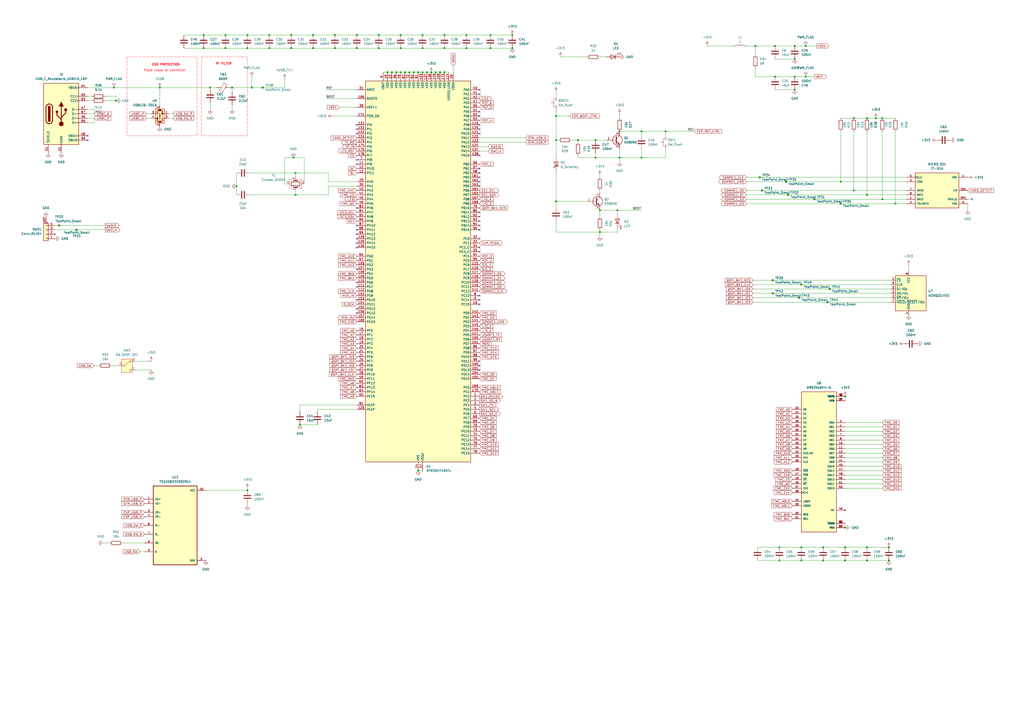
<source format=kicad_sch>
(kicad_sch (version 20250114) (generator "eeschema") (generator_version "9.0")
  (paper "A2")
  (rectangle (start 116.84 33.02) (end 143.51 78.74) (stroke (width 0) (type dash) (color 255 25 46 1)))
  (rectangle (start 73.66 33.02) (end 114.3 78.74) (stroke (width 0) (type dash) (color 255 25 46 1)))
  (text "Place close to connector \n" (at 96.012 40.894 0) (effects (font (size 1.27 1.27))))
  (text "PI FILTER\n" (at 129.794 37.084 0) (effects (font (size 1.27 1.27) (thickness 0.254) (bold yes))))
  (text "ESD PROTECTION\n" (at 96.266 37.592 0) (effects (font (size 1.27 1.27) (thickness 0.254) (bold yes))))
  (junction (at 345.44 91.44))
  (junction (at 257.81 41.91))
  (junction (at 502.92 325.12))
  (junction (at 481.33 167.64))
  (junction (at 194.31 20.32))
  (junction (at 255.27 41.91))
  (junction (at 495.3 68.58))
  (junction (at 372.11 91.44))
  (junction (at 130.81 20.32))
  (junction (at 467.36 44.45))
  (junction (at 463.55 172.72))
  (junction (at 515.62 325.12))
  (junction (at 207.01 20.32))
  (junction (at 372.11 76.2))
  (junction (at 358.14 121.92))
  (junction (at 173.99 246.38))
  (junction (at 44.45 133.35))
  (junction (at 487.68 105.41))
  (junction (at 234.95 41.91))
  (junction (at 490.22 229.87))
  (junction (at 284.48 20.32))
  (junction (at 171.45 113.03))
  (junction (at 322.58 67.31))
  (junction (at 480.06 175.26))
  (junction (at 347.98 134.62))
  (junction (at 511.81 68.58))
  (junction (at 156.21 27.94))
  (junction (at 240.03 41.91))
  (junction (at 322.58 116.84))
  (junction (at 487.68 118.11))
  (junction (at 207.01 27.94))
  (junction (at 270.51 20.32))
  (junction (at 168.91 20.32))
  (junction (at 452.12 325.12))
  (junction (at 440.69 102.87))
  (junction (at 194.31 27.94))
  (junction (at 508 68.58))
  (junction (at 237.49 41.91))
  (junction (at 257.81 20.32))
  (junction (at 257.81 27.94))
  (junction (at 252.73 41.91))
  (junction (at 441.96 110.49))
  (junction (at 386.08 76.2))
  (junction (at 455.93 105.41))
  (junction (at 464.82 317.5))
  (junction (at 452.12 317.5))
  (junction (at 270.51 27.94))
  (junction (at 156.21 20.32))
  (junction (at 219.71 27.94))
  (junction (at 490.22 306.07))
  (junction (at 461.01 34.29))
  (junction (at 143.51 27.94))
  (junction (at 284.48 27.94))
  (junction (at 495.3 110.49))
  (junction (at 118.11 20.32))
  (junction (at 92.71 50.8))
  (junction (at 449.58 26.67))
  (junction (at 232.41 27.94))
  (junction (at 359.41 76.2))
  (junction (at 247.65 41.91))
  (junction (at 502.92 113.03))
  (junction (at 448.31 170.18))
  (junction (at 232.41 20.32))
  (junction (at 146.05 50.8))
  (junction (at 250.19 41.91))
  (junction (at 152.4 50.8))
  (junction (at 464.82 165.1))
  (junction (at 477.52 317.5))
  (junction (at 171.45 100.33))
  (junction (at 457.2 113.03))
  (junction (at 448.31 162.56))
  (junction (at 461.01 52.07))
  (junction (at 242.57 273.05))
  (junction (at 66.04 50.8))
  (junction (at 502.92 317.5))
  (junction (at 472.44 115.57))
  (junction (at 67.31 58.42))
  (junction (at 515.62 317.5))
  (junction (at 229.87 41.91))
  (junction (at 245.11 41.91))
  (junction (at 134.62 50.8))
  (junction (at 490.22 325.12))
  (junction (at 34.29 130.81))
  (junction (at 359.41 91.44))
  (junction (at 297.18 27.94))
  (junction (at 519.43 118.11))
  (junction (at 137.16 107.95))
  (junction (at 449.58 44.45))
  (junction (at 461.01 44.45))
  (junction (at 181.61 20.32))
  (junction (at 170.18 91.44))
  (junction (at 168.91 27.94))
  (junction (at 461.01 26.67))
  (junction (at 232.41 41.91))
  (junction (at 242.57 41.91))
  (junction (at 345.44 81.28))
  (junction (at 224.79 41.91))
  (junction (at 118.11 27.94))
  (junction (at 477.52 325.12))
  (junction (at 335.28 81.28))
  (junction (at 143.51 284.48))
  (junction (at 297.18 20.32))
  (junction (at 438.15 26.67))
  (junction (at 121.92 50.8))
  (junction (at 467.36 26.67))
  (junction (at 322.58 81.28))
  (junction (at 347.98 121.92))
  (junction (at 245.11 27.94))
  (junction (at 181.61 27.94))
  (junction (at 502.92 68.58))
  (junction (at 511.81 115.57))
  (junction (at 143.51 20.32))
  (junction (at 219.71 20.32))
  (junction (at 130.81 27.94))
  (junction (at 464.82 325.12))
  (junction (at 245.11 20.32))
  (junction (at 227.33 41.91))
  (junction (at 490.22 317.5))
  (no_connect (at 278.13 107.95))
  (no_connect (at 50.8 81.28))
  (no_connect (at 278.13 176.53))
  (no_connect (at 207.01 135.89))
  (no_connect (at 278.13 52.07))
  (no_connect (at 50.8 78.74))
  (no_connect (at 278.13 54.61))
  (no_connect (at 278.13 123.19))
  (no_connect (at 207.01 156.21))
  (no_connect (at 207.01 77.47))
  (no_connect (at 278.13 102.87))
  (no_connect (at 278.13 133.35))
  (no_connect (at 207.01 173.99))
  (no_connect (at 278.13 77.47))
  (no_connect (at 278.13 74.93))
  (no_connect (at 207.01 163.83))
  (no_connect (at 207.01 179.07))
  (no_connect (at 278.13 72.39))
  (no_connect (at 278.13 130.81))
  (no_connect (at 207.01 133.35))
  (no_connect (at 31.75 135.89))
  (no_connect (at 278.13 138.43))
  (no_connect (at 278.13 125.73))
  (no_connect (at 207.01 181.61))
  (no_connect (at 278.13 171.45))
  (no_connect (at 278.13 214.63))
  (no_connect (at 278.13 143.51))
  (no_connect (at 278.13 212.09))
  (no_connect (at 278.13 105.41))
  (no_connect (at 207.01 130.81))
  (no_connect (at 207.01 140.97))
  (no_connect (at 207.01 120.65))
  (no_connect (at 278.13 209.55))
  (no_connect (at 278.13 100.33))
  (no_connect (at 278.13 64.77))
  (no_connect (at 207.01 92.71))
  (no_connect (at 207.01 72.39))
  (no_connect (at 207.01 74.93))
  (no_connect (at 278.13 128.27))
  (no_connect (at 278.13 146.05))
  (no_connect (at 563.88 115.57))
  (no_connect (at 278.13 90.17))
  (no_connect (at 207.01 138.43))
  (no_connect (at 278.13 173.99))
  (no_connect (at 278.13 97.79))
  (no_connect (at 207.01 95.25))
  (no_connect (at 207.01 143.51))
  (no_connect (at 207.01 166.37))
  (no_connect (at 278.13 67.31))
  (wire (pts (xy 165.1 91.44) (xy 170.18 91.44)))
  (wire (pts (xy 322.58 81.28) (xy 322.58 91.44)))
  (wire (pts (xy 143.51 20.32) (xy 156.21 20.32)))
  (wire (pts (xy 359.41 66.04) (xy 359.41 68.58)))
  (wire (pts (xy 438.15 31.75) (xy 438.15 26.67)))
  (wire (pts (xy 347.98 125.73) (xy 347.98 121.92)))
  (wire (pts (xy 372.11 78.74) (xy 372.11 76.2)))
  (wire (pts (xy 219.71 20.32) (xy 232.41 20.32)))
  (wire (pts (xy 438.15 39.37) (xy 438.15 44.45)))
  (wire (pts (xy 130.81 27.94) (xy 143.51 27.94)))
  (wire (pts (xy 190.5 113.03) (xy 171.45 113.03)))
  (wire (pts (xy 449.58 44.45) (xy 461.01 44.45)))
  (wire (pts (xy 245.11 41.91) (xy 247.65 41.91)))
  (wire (pts (xy 527.05 153.67) (xy 527.05 157.48)))
  (wire (pts (xy 143.51 292.1) (xy 143.51 293.37)))
  (wire (pts (xy 247.65 41.91) (xy 250.19 41.91)))
  (wire (pts (xy 480.06 175.26) (xy 516.89 175.26)))
  (wire (pts (xy 66.04 50.8) (xy 92.71 50.8)))
  (wire (pts (xy 137.16 100.33) (xy 137.16 107.95)))
  (wire (pts (xy 283.21 85.09) (xy 278.13 85.09)))
  (wire (pts (xy 50.8 55.88) (xy 53.34 55.88)))
  (wire (pts (xy 284.48 27.94) (xy 297.18 27.94)))
  (wire (pts (xy 511.81 257.81) (xy 490.22 257.81)))
  (wire (pts (xy 255.27 41.91) (xy 257.81 41.91)))
  (wire (pts (xy 92.71 50.8) (xy 121.92 50.8)))
  (wire (pts (xy 222.25 41.91) (xy 224.79 41.91)))
  (wire (pts (xy 257.81 41.91) (xy 260.35 41.91)))
  (wire (pts (xy 325.12 33.02) (xy 340.36 33.02)))
  (wire (pts (xy 146.05 44.45) (xy 146.05 50.8)))
  (wire (pts (xy 358.14 132.08) (xy 358.14 134.62)))
  (wire (pts (xy 511.81 260.35) (xy 490.22 260.35)))
  (wire (pts (xy 436.88 165.1) (xy 464.82 165.1)))
  (wire (pts (xy 71.12 314.96) (xy 83.82 314.96)))
  (wire (pts (xy 252.73 41.91) (xy 255.27 41.91)))
  (wire (pts (xy 372.11 86.36) (xy 372.11 91.44)))
  (wire (pts (xy 156.21 20.32) (xy 168.91 20.32)))
  (wire (pts (xy 464.82 325.12) (xy 477.52 325.12)))
  (wire (pts (xy 335.28 91.44) (xy 345.44 91.44)))
  (wire (pts (xy 257.81 27.94) (xy 270.51 27.94)))
  (wire (pts (xy 237.49 41.91) (xy 240.03 41.91)))
  (wire (pts (xy 345.44 81.28) (xy 351.79 81.28)))
  (wire (pts (xy 323.85 81.28) (xy 322.58 81.28)))
  (wire (pts (xy 121.92 52.07) (xy 121.92 50.8)))
  (wire (pts (xy 433.07 102.87) (xy 440.69 102.87)))
  (wire (pts (xy 229.87 41.91) (xy 232.41 41.91)))
  (wire (pts (xy 176.53 91.44) (xy 176.53 106.68)))
  (wire (pts (xy 190.5 105.41) (xy 207.01 105.41)))
  (wire (pts (xy 461.01 26.67) (xy 467.36 26.67)))
  (wire (pts (xy 322.58 120.65) (xy 322.58 116.84)))
  (wire (pts (xy 181.61 20.32) (xy 194.31 20.32)))
  (wire (pts (xy 190.5 107.95) (xy 190.5 113.03)))
  (wire (pts (xy 372.11 76.2) (xy 359.41 76.2)))
  (wire (pts (xy 278.13 82.55) (xy 304.8 82.55)))
  (wire (pts (xy 461.01 44.45) (xy 467.36 44.45)))
  (wire (pts (xy 59.69 314.96) (xy 63.5 314.96)))
  (wire (pts (xy 224.79 41.91) (xy 227.33 41.91)))
  (wire (pts (xy 464.82 317.5) (xy 477.52 317.5)))
  (wire (pts (xy 502.92 68.58) (xy 508 68.58)))
  (wire (pts (xy 511.81 245.11) (xy 490.22 245.11)))
  (wire (pts (xy 50.8 50.8) (xy 66.04 50.8)))
  (wire (pts (xy 207.01 20.32) (xy 219.71 20.32)))
  (wire (pts (xy 278.13 80.01) (xy 304.8 80.01)))
  (wire (pts (xy 245.11 27.94) (xy 257.81 27.94)))
  (wire (pts (xy 232.41 20.32) (xy 245.11 20.32)))
  (wire (pts (xy 439.42 317.5) (xy 452.12 317.5)))
  (wire (pts (xy 386.08 87.63) (xy 386.08 91.44)))
  (wire (pts (xy 477.52 317.5) (xy 490.22 317.5)))
  (wire (pts (xy 472.44 115.57) (xy 511.81 115.57)))
  (wire (pts (xy 386.08 76.2) (xy 402.59 76.2)))
  (wire (pts (xy 34.29 130.81) (xy 60.96 130.81)))
  (wire (pts (xy 67.31 55.88) (xy 60.96 55.88)))
  (wire (pts (xy 490.22 317.5) (xy 502.92 317.5)))
  (wire (pts (xy 372.11 91.44) (xy 386.08 91.44)))
  (wire (pts (xy 60.96 58.42) (xy 67.31 58.42)))
  (wire (pts (xy 87.63 214.63) (xy 78.74 214.63)))
  (wire (pts (xy 242.57 41.91) (xy 245.11 41.91)))
  (wire (pts (xy 270.51 20.32) (xy 284.48 20.32)))
  (wire (pts (xy 359.41 93.98) (xy 359.41 91.44)))
  (wire (pts (xy 345.44 88.9) (xy 345.44 91.44)))
  (wire (pts (xy 436.88 162.56) (xy 448.31 162.56)))
  (wire (pts (xy 358.14 124.46) (xy 358.14 121.92)))
  (wire (pts (xy 436.88 175.26) (xy 480.06 175.26)))
  (wire (pts (xy 181.61 27.94) (xy 194.31 27.94)))
  (wire (pts (xy 87.63 209.55) (xy 78.74 209.55)))
  (wire (pts (xy 481.33 167.64) (xy 516.89 167.64)))
  (wire (pts (xy 511.81 280.67) (xy 490.22 280.67)))
  (wire (pts (xy 561.34 121.92) (xy 561.34 118.11)))
  (wire (pts (xy 173.99 238.76) (xy 173.99 234.95)))
  (wire (pts (xy 433.07 113.03) (xy 457.2 113.03)))
  (wire (pts (xy 134.62 63.5) (xy 134.62 60.96)))
  (wire (pts (xy 457.2 113.03) (xy 502.92 113.03)))
  (wire (pts (xy 81.28 320.04) (xy 83.82 320.04)))
  (wire (pts (xy 322.58 54.61) (xy 322.58 53.34)))
  (wire (pts (xy 347.98 134.62) (xy 347.98 137.16)))
  (wire (pts (xy 234.95 41.91) (xy 237.49 41.91)))
  (wire (pts (xy 502.92 325.12) (xy 515.62 325.12)))
  (wire (pts (xy 207.01 107.95) (xy 190.5 107.95)))
  (wire (pts (xy 119.38 284.48) (xy 143.51 284.48)))
  (wire (pts (xy 511.81 250.19) (xy 490.22 250.19)))
  (wire (pts (xy 563.88 115.57) (xy 561.34 115.57)))
  (wire (pts (xy 240.03 41.91) (xy 242.57 41.91)))
  (wire (pts (xy 168.91 27.94) (xy 181.61 27.94)))
  (wire (pts (xy 490.22 306.07) (xy 490.22 303.53)))
  (wire (pts (xy 64.77 212.09) (xy 68.58 212.09)))
  (wire (pts (xy 171.45 100.33) (xy 171.45 102.87)))
  (wire (pts (xy 490.22 325.12) (xy 502.92 325.12)))
  (wire (pts (xy 31.75 133.35) (xy 44.45 133.35)))
  (wire (pts (xy 194.31 27.94) (xy 207.01 27.94)))
  (wire (pts (xy 487.68 118.11) (xy 519.43 118.11)))
  (wire (pts (xy 322.58 116.84) (xy 340.36 116.84)))
  (wire (pts (xy 144.78 113.03) (xy 171.45 113.03)))
  (wire (pts (xy 467.36 26.67) (xy 473.71 26.67)))
  (wire (pts (xy 34.29 130.81) (xy 31.75 130.81)))
  (wire (pts (xy 330.2 67.31) (xy 322.58 67.31)))
  (wire (pts (xy 440.69 102.87) (xy 525.78 102.87)))
  (wire (pts (xy 433.07 115.57) (xy 472.44 115.57)))
  (wire (pts (xy 495.3 76.2) (xy 495.3 110.49)))
  (wire (pts (xy 335.28 81.28) (xy 345.44 81.28)))
  (wire (pts (xy 511.81 255.27) (xy 490.22 255.27)))
  (wire (pts (xy 250.19 41.91) (xy 252.73 41.91)))
  (wire (pts (xy 190.5 105.41) (xy 190.5 100.33)))
  (wire (pts (xy 345.44 91.44) (xy 359.41 91.44)))
  (wire (pts (xy 207.01 237.49) (xy 184.15 237.49)))
  (wire (pts (xy 171.45 100.33) (xy 190.5 100.33)))
  (wire (pts (xy 189.23 57.15) (xy 207.01 57.15)))
  (wire (pts (xy 54.61 68.58) (xy 54.61 71.12)))
  (wire (pts (xy 227.33 41.91) (xy 229.87 41.91)))
  (wire (pts (xy 511.81 270.51) (xy 490.22 270.51)))
  (wire (pts (xy 502.92 317.5) (xy 515.62 317.5)))
  (wire (pts (xy 464.82 165.1) (xy 516.89 165.1)))
  (wire (pts (xy 511.81 115.57) (xy 525.78 115.57)))
  (wire (pts (xy 511.81 262.89) (xy 490.22 262.89)))
  (wire (pts (xy 97.79 66.04) (xy 100.33 66.04)))
  (wire (pts (xy 438.15 44.45) (xy 449.58 44.45)))
  (wire (pts (xy 121.92 50.8) (xy 125.73 50.8)))
  (wire (pts (xy 283.21 87.63) (xy 278.13 87.63)))
  (wire (pts (xy 322.58 99.06) (xy 322.58 116.84)))
  (wire (pts (xy 189.23 52.07) (xy 207.01 52.07)))
  (wire (pts (xy 487.68 76.2) (xy 487.68 105.41)))
  (wire (pts (xy 143.51 284.48) (xy 143.51 283.21)))
  (wire (pts (xy 358.14 121.92) (xy 347.98 121.92)))
  (wire (pts (xy 511.81 76.2) (xy 511.81 115.57)))
  (wire (pts (xy 270.51 27.94) (xy 284.48 27.94)))
  (wire (pts (xy 449.58 26.67) (xy 461.01 26.67)))
  (wire (pts (xy 54.61 212.09) (xy 57.15 212.09)))
  (wire (pts (xy 448.31 170.18) (xy 516.89 170.18)))
  (wire (pts (xy 134.62 50.8) (xy 146.05 50.8)))
  (wire (pts (xy 118.11 27.94) (xy 130.81 27.94)))
  (wire (pts (xy 359.41 91.44) (xy 372.11 91.44)))
  (wire (pts (xy 50.8 68.58) (xy 54.61 68.58)))
  (wire (pts (xy 511.81 265.43) (xy 490.22 265.43)))
  (wire (pts (xy 511.81 267.97) (xy 490.22 267.97)))
  (wire (pts (xy 50.8 71.12) (xy 54.61 71.12)))
  (wire (pts (xy 452.12 317.5) (xy 464.82 317.5)))
  (wire (pts (xy 502.92 76.2) (xy 502.92 113.03)))
  (wire (pts (xy 448.31 162.56) (xy 516.89 162.56)))
  (wire (pts (xy 519.43 118.11) (xy 525.78 118.11)))
  (wire (pts (xy 347.98 110.49) (xy 347.98 111.76)))
  (wire (pts (xy 511.81 68.58) (xy 519.43 68.58)))
  (wire (pts (xy 257.81 20.32) (xy 270.51 20.32)))
  (wire (pts (xy 495.3 110.49) (xy 525.78 110.49)))
  (wire (pts (xy 156.21 27.94) (xy 168.91 27.94)))
  (wire (pts (xy 165.1 50.8) (xy 152.4 50.8)))
  (wire (pts (xy 452.12 325.12) (xy 464.82 325.12)))
  (wire (pts (xy 490.22 229.87) (xy 490.22 232.41)))
  (wire (pts (xy 438.15 26.67) (xy 433.07 26.67)))
  (wire (pts (xy 455.93 105.41) (xy 487.68 105.41)))
  (wire (pts (xy 144.78 100.33) (xy 171.45 100.33)))
  (wire (pts (xy 194.31 20.32) (xy 207.01 20.32)))
  (wire (pts (xy 184.15 237.49) (xy 184.15 238.76)))
  (wire (pts (xy 331.47 81.28) (xy 335.28 81.28)))
  (wire (pts (xy 511.81 247.65) (xy 490.22 247.65)))
  (wire (pts (xy 511.81 252.73) (xy 490.22 252.73)))
  (wire (pts (xy 171.45 113.03) (xy 171.45 110.49)))
  (wire (pts (xy 335.28 81.28) (xy 335.28 82.55)))
  (wire (pts (xy 166.37 106.68) (xy 165.1 106.68)))
  (wire (pts (xy 92.71 50.8) (xy 92.71 60.96)))
  (wire (pts (xy 67.31 58.42) (xy 67.31 55.88)))
  (wire (pts (xy 284.48 20.32) (xy 297.18 20.32)))
  (wire (pts (xy 449.58 34.29) (xy 461.01 34.29)))
  (wire (pts (xy 359.41 86.36) (xy 359.41 91.44)))
  (wire (pts (xy 168.91 20.32) (xy 181.61 20.32)))
  (wire (pts (xy 410.21 26.67) (xy 425.45 26.67)))
  (wire (pts (xy 433.07 118.11) (xy 487.68 118.11)))
  (wire (pts (xy 54.61 63.5) (xy 50.8 63.5)))
  (wire (pts (xy 97.79 68.58) (xy 100.33 68.58)))
  (wire (pts (xy 519.43 76.2) (xy 519.43 118.11)))
  (wire (pts (xy 322.58 64.77) (xy 322.58 67.31)))
  (wire (pts (xy 44.45 133.35) (xy 60.96 133.35)))
  (wire (pts (xy 143.51 27.94) (xy 156.21 27.94)))
  (wire (pts (xy 439.42 325.12) (xy 452.12 325.12)))
  (wire (pts (xy 335.28 90.17) (xy 335.28 91.44)))
  (wire (pts (xy 245.11 20.32) (xy 257.81 20.32)))
  (wire (pts (xy 173.99 246.38) (xy 184.15 246.38)))
  (wire (pts (xy 436.88 170.18) (xy 448.31 170.18)))
  (wire (pts (xy 477.52 325.12) (xy 490.22 325.12)))
  (wire (pts (xy 386.08 77.47) (xy 386.08 76.2)))
  (wire (pts (xy 87.63 68.58) (xy 85.09 68.58)))
  (wire (pts (xy 118.11 20.32) (xy 130.81 20.32)))
  (wire (pts (xy 322.58 67.31) (xy 322.58 81.28)))
  (wire (pts (xy 106.68 20.32) (xy 118.11 20.32)))
  (wire (pts (xy 347.98 101.6) (xy 347.98 102.87)))
  (wire (pts (xy 347.98 33.02) (xy 351.79 33.02)))
  (wire (pts (xy 193.04 67.31) (xy 207.01 67.31)))
  (wire (pts (xy 232.41 27.94) (xy 245.11 27.94)))
  (wire (pts (xy 137.16 107.95) (xy 137.16 113.03)))
  (wire (pts (xy 170.18 91.44) (xy 176.53 91.44)))
  (wire (pts (xy 511.81 283.21) (xy 490.22 283.21)))
  (wire (pts (xy 262.89 38.1) (xy 262.89 41.91)))
  (wire (pts (xy 106.68 27.94) (xy 118.11 27.94)))
  (wire (pts (xy 130.81 20.32) (xy 143.51 20.32)))
  (wire (pts (xy 463.55 172.72) (xy 516.89 172.72)))
  (wire (pts (xy 438.15 26.67) (xy 449.58 26.67)))
  (wire (pts (xy 508 68.58) (xy 511.81 68.58)))
  (wire (pts (xy 322.58 134.62) (xy 347.98 134.62)))
  (wire (pts (xy 219.71 27.94) (xy 232.41 27.94)))
  (wire (pts (xy 134.62 53.34) (xy 134.62 50.8)))
  (wire (pts (xy 347.98 133.35) (xy 347.98 134.62)))
  (wire (pts (xy 358.14 121.92) (xy 372.11 121.92)))
  (wire (pts (xy 502.92 113.03) (xy 525.78 113.03)))
  (wire (pts (xy 207.01 27.94) (xy 219.71 27.94)))
  (wire (pts (xy 511.81 275.59) (xy 490.22 275.59)))
  (wire (pts (xy 436.88 167.64) (xy 481.33 167.64)))
  (wire (pts (xy 133.35 50.8) (xy 134.62 50.8)))
  (wire (pts (xy 242.57 273.05) (xy 245.11 273.05)))
  (wire (pts (xy 372.11 76.2) (xy 386.08 76.2)))
  (wire (pts (xy 173.99 234.95) (xy 207.01 234.95)))
  (wire (pts (xy 511.81 278.13) (xy 490.22 278.13)))
  (wire (pts (xy 322.58 128.27) (xy 322.58 134.62)))
  (wire (pts (xy 50.8 58.42) (xy 53.34 58.42)))
  (wire (pts (xy 165.1 45.72) (xy 165.1 50.8)))
  (wire (pts (xy 487.68 105.41) (xy 525.78 105.41)))
  (wire (pts (xy 449.58 52.07) (xy 461.01 52.07)))
  (wire (pts (xy 441.96 110.49) (xy 495.3 110.49)))
  (wire (pts (xy 121.92 63.5) (xy 121.92 59.69)))
  (wire (pts (xy 347.98 134.62) (xy 358.14 134.62)))
  (wire (pts (xy 50.8 66.04) (xy 54.61 66.04)))
  (wire (pts (xy 433.07 105.41) (xy 455.93 105.41)))
  (wire (pts (xy 196.85 62.23) (xy 207.01 62.23)))
  (wire (pts (xy 87.63 66.04) (xy 85.09 66.04)))
  (wire (pts (xy 436.88 172.72) (xy 463.55 172.72)))
  (wire (pts (xy 146.05 50.8) (xy 152.4 50.8)))
  (wire (pts (xy 54.61 66.04) (xy 54.61 63.5)))
  (wire (pts (xy 467.36 44.45) (xy 472.44 44.45)))
  (wire (pts (xy 511.81 273.05) (xy 490.22 273.05)))
  (wire (pts (xy 495.3 68.58) (xy 502.92 68.58)))
  (wire (pts (xy 487.68 68.58) (xy 495.3 68.58)))
  (wire (pts (xy 165.1 106.68) (xy 165.1 91.44)))
  (wire (pts (xy 433.07 110.49) (xy 441.96 110.49)))
  (wire (pts (xy 232.41 41.91) (xy 234.95 41.91)))
  (label "RST" (at 402.59 76.2 180))
  (label "RST" (at 189.23 52.07 0))
  (label "BOOT" (at 372.11 121.92 180))
  (label "BOOT" (at 189.23 57.15 0))
  (global_label "FMC_A3" (shape input) (at 459.74 245.11 180) (property "Intersheetrefs" "${INTERSHEET_REFS}" (effects (hide yes))))
  (global_label "QSPI_BK1_CLK" (shape input) (at 207.01 217.17 180) (property "Intersheetrefs" "${INTERSHEET_REFS}" (effects (hide yes))))
  (global_label "I{slash}O_4" (shape input) (at 278.13 115.57 0) (property "Intersheetrefs" "${INTERSHEET_REFS}" (effects (hide yes))))
  (global_label "FMC_D6" (shape input) (at 278.13 247.65 0) (property "Intersheetrefs" "${INTERSHEET_REFS}" (effects (hide yes))))
  (global_label "BL" (shape input) (at 207.01 100.33 180) (property "Intersheetrefs" "${INTERSHEET_REFS}" (effects (hide yes))))
  (global_label "SDMMC1_D3" (shape bidirectional) (at 433.07 118.11 180) (property "Intersheetrefs" "${INTERSHEET_REFS}" (effects (hide yes))))
  (global_label "I{slash}O_1" (shape input) (at 278.13 189.23 0) (property "Intersheetrefs" "${INTERSHEET_REFS}" (effects (hide yes))))
  (global_label "FMC_D9" (shape input) (at 511.81 267.97 0) (property "Intersheetrefs" "${INTERSHEET_REFS}" (effects (hide yes))))
  (global_label "FMC_D4" (shape input) (at 278.13 242.57 0) (property "Intersheetrefs" "${INTERSHEET_REFS}" (effects (hide yes))))
  (global_label "FMC_A11" (shape input) (at 207.01 151.13 180) (property "Intersheetrefs" "${INTERSHEET_REFS}" (effects (hide yes))))
  (global_label "FMC_A12" (shape input) (at 207.01 153.67 180) (property "Intersheetrefs" "${INTERSHEET_REFS}" (effects (hide yes))))
  (global_label "SDMMC1_D0" (shape bidirectional) (at 278.13 158.75 0) (property "Intersheetrefs" "${INTERSHEET_REFS}" (effects (hide yes))))
  (global_label "VDDA" (shape output) (at 473.71 26.67 0) (property "Intersheetrefs" "${INTERSHEET_REFS}" (effects (hide yes))))
  (global_label "FMC_D2" (shape input) (at 511.81 250.19 0) (property "Intersheetrefs" "${INTERSHEET_REFS}" (effects (hide yes))))
  (global_label "FMC_RAS" (shape input) (at 459.74 273.05 180) (property "Intersheetrefs" "${INTERSHEET_REFS}" (effects (hide yes))))
  (global_label "FMC_A9" (shape input) (at 207.01 229.87 180) (property "Intersheetrefs" "${INTERSHEET_REFS}" (effects (hide yes))))
  (global_label "EXP_PEDAL" (shape input) (at 278.13 140.97 0) (property "Intersheetrefs" "${INTERSHEET_REFS}" (effects (hide yes))))
  (global_label "FMC_CKE" (shape input) (at 207.01 110.49 180) (property "Intersheetrefs" "${INTERSHEET_REFS}" (effects (hide yes))))
  (global_label "FMC_A10" (shape input) (at 459.74 262.89 180) (property "Intersheetrefs" "${INTERSHEET_REFS}" (effects (hide yes))))
  (global_label "SDMMC1_D0" (shape bidirectional) (at 433.07 110.49 180) (property "Intersheetrefs" "${INTERSHEET_REFS}" (effects (hide yes))))
  (global_label "FMC_A0" (shape input) (at 459.74 237.49 180) (property "Intersheetrefs" "${INTERSHEET_REFS}" (effects (hide yes))))
  (global_label "STM_USB_N" (shape input) (at 83.82 292.1 180) (property "Intersheetrefs" "${INTERSHEET_REFS}" (effects (hide yes))))
  (global_label "FMC_D3" (shape input) (at 278.13 184.15 0) (property "Intersheetrefs" "${INTERSHEET_REFS}" (effects (hide yes))))
  (global_label "FMC_A3" (shape input) (at 207.01 199.39 180) (property "Intersheetrefs" "${INTERSHEET_REFS}" (effects (hide yes))))
  (global_label "FMC_WE" (shape input) (at 459.74 280.67 180) (property "Intersheetrefs" "${INTERSHEET_REFS}" (effects (hide yes))))
  (global_label "FMC_D5" (shape input) (at 511.81 257.81 0) (property "Intersheetrefs" "${INTERSHEET_REFS}" (effects (hide yes))))
  (global_label "FMC_D8" (shape input) (at 511.81 265.43 0) (property "Intersheetrefs" "${INTERSHEET_REFS}" (effects (hide yes))))
  (global_label "CLOCK" (shape input) (at 207.01 176.53 180) (property "Intersheetrefs" "${INTERSHEET_REFS}" (effects (hide yes))))
  (global_label "USB_SW_N" (shape input) (at 100.33 68.58 0) (property "Intersheetrefs" "${INTERSHEET_REFS}" (effects (hide yes))))
  (global_label "FMC_CAS" (shape input) (at 207.01 186.69 180) (property "Intersheetrefs" "${INTERSHEET_REFS}" (effects (hide yes))))
  (global_label "SWDIO" (shape output) (at 60.96 130.81 0) (property "Intersheetrefs" "${INTERSHEET_REFS}" (effects (hide yes))))
  (global_label "FMC_A1" (shape input) (at 459.74 240.03 180) (property "Intersheetrefs" "${INTERSHEET_REFS}" (effects (hide yes))))
  (global_label "STM_USB_N" (shape input) (at 304.8 80.01 0) (property "Intersheetrefs" "${INTERSHEET_REFS}" (effects (hide yes))))
  (global_label "STM_USB_P" (shape input) (at 304.8 82.55 0) (property "Intersheetrefs" "${INTERSHEET_REFS}" (effects (hide yes))))
  (global_label "SAI1_MLCKA" (shape output) (at 278.13 229.87 0) (property "Intersheetrefs" "${INTERSHEET_REFS}" (effects (hide yes))))
  (global_label "USBC_N" (shape input) (at 85.09 68.58 180) (property "Intersheetrefs" "${INTERSHEET_REFS}" (effects (hide yes))))
  (global_label "FMC_D0" (shape input) (at 511.81 245.11 0) (property "Intersheetrefs" "${INTERSHEET_REFS}" (effects (hide yes))))
  (global_label "FMC_D4" (shape input) (at 511.81 255.27 0) (property "Intersheetrefs" "${INTERSHEET_REFS}" (effects (hide yes))))
  (global_label "POT_6" (shape input) (at 278.13 59.69 0) (property "Intersheetrefs" "${INTERSHEET_REFS}" (effects (hide yes))))
  (global_label "FMC_D9" (shape input) (at 278.13 255.27 0) (property "Intersheetrefs" "${INTERSHEET_REFS}" (effects (hide yes))))
  (global_label "CARD_DETECT" (shape input) (at 207.01 80.01 180) (property "Intersheetrefs" "${INTERSHEET_REFS}" (effects (hide yes))))
  (global_label "SIG_1" (shape input) (at 278.13 153.67 0) (property "Intersheetrefs" "${INTERSHEET_REFS}" (effects (hide yes))))
  (global_label "DC" (shape input) (at 207.01 97.79 180) (property "Intersheetrefs" "${INTERSHEET_REFS}" (effects (hide yes))))
  (global_label "TP_INT" (shape output) (at 207.01 85.09 180) (property "Intersheetrefs" "${INTERSHEET_REFS}" (effects (hide yes))))
  (global_label "FMC_A9" (shape input) (at 459.74 260.35 180) (property "Intersheetrefs" "${INTERSHEET_REFS}" (effects (hide yes))))
  (global_label "FMC_NBL1" (shape input) (at 278.13 227.33 0) (property "Intersheetrefs" "${INTERSHEET_REFS}" (effects (hide yes))))
  (global_label "FMC_D12" (shape input) (at 511.81 275.59 0) (property "Intersheetrefs" "${INTERSHEET_REFS}" (effects (hide yes))))
  (global_label "QSPI_BK1_NCS" (shape input) (at 436.88 162.56 180) (property "Intersheetrefs" "${INTERSHEET_REFS}" (effects (hide yes))))
  (global_label "QSPI_BK1_IO2" (shape input) (at 436.88 172.72 180) (property "Intersheetrefs" "${INTERSHEET_REFS}" (effects (hide yes))))
  (global_label "QSPI_BK1_IO0" (shape input) (at 436.88 167.64 180) (property "Intersheetrefs" "${INTERSHEET_REFS}" (effects (hide yes))))
  (global_label "QSPI_BK1_IO3" (shape input) (at 436.88 175.26 180) (property "Intersheetrefs" "${INTERSHEET_REFS}" (effects (hide yes))))
  (global_label "QSPI_BK1_CLK" (shape input) (at 436.88 165.1 180) (property "Intersheetrefs" "${INTERSHEET_REFS}" (effects (hide yes))))
  (global_label "QSPI_BK1_IO1" (shape input) (at 436.88 170.18 180) (property "Intersheetrefs" "${INTERSHEET_REFS}" (effects (hide yes))))
  (global_label "FMC_BA0" (shape input) (at 459.74 298.45 180) (property "Intersheetrefs" "${INTERSHEET_REFS}" (effects (hide yes))))
  (global_label "FMC_D5" (shape input) (at 278.13 245.11 0) (property "Intersheetrefs" "${INTERSHEET_REFS}" (effects (hide yes))))
  (global_label "FMC_A7" (shape input) (at 207.01 224.79 180) (property "Intersheetrefs" "${INTERSHEET_REFS}" (effects (hide yes))))
  (global_label "SDMMC1_CMD" (shape bidirectional) (at 433.07 105.41 180) (property "Intersheetrefs" "${INTERSHEET_REFS}" (effects (hide yes))))
  (global_label "I2C3_SDA" (shape input) (at 207.01 125.73 180) (property "Intersheetrefs" "${INTERSHEET_REFS}" (effects (hide yes))))
  (global_label "QSPI_BK1_IO0" (shape input) (at 207.01 212.09 180) (property "Intersheetrefs" "${INTERSHEET_REFS}" (effects (hide yes))))
  (global_label "SDMMC1_CLK" (shape bidirectional) (at 433.07 102.87 180) (property "Intersheetrefs" "${INTERSHEET_REFS}" (effects (hide yes))))
  (global_label "FMC_CLK" (shape input) (at 207.01 168.91 180) (property "Intersheetrefs" "${INTERSHEET_REFS}" (effects (hide yes))))
  (global_label "FMC_CAS" (shape input) (at 459.74 275.59 180) (property "Intersheetrefs" "${INTERSHEET_REFS}" (effects (hide yes))))
  (global_label "QSPI_BK1_IO2" (shape input) (at 207.01 209.55 180) (property "Intersheetrefs" "${INTERSHEET_REFS}" (effects (hide yes))))
  (global_label "FMC_D8" (shape input) (at 278.13 252.73 0) (property "Intersheetrefs" "${INTERSHEET_REFS}" (effects (hide yes))))
  (global_label "CS" (shape input) (at 207.01 90.17 180) (property "Intersheetrefs" "${INTERSHEET_REFS}" (effects (hide yes))))
  (global_label "SAI1_SD_A" (shape output) (at 278.13 240.03 0) (property "Intersheetrefs" "${INTERSHEET_REFS}" (effects (hide yes))))
  (global_label "FMC_NBL0" (shape input) (at 278.13 224.79 0) (property "Intersheetrefs" "${INTERSHEET_REFS}" (effects (hide yes))))
  (global_label "FMC_A11" (shape input) (at 459.74 265.43 180) (property "Intersheetrefs" "${INTERSHEET_REFS}" (effects (hide yes))))
  (global_label "FMC_D13" (shape input) (at 511.81 278.13 0) (property "Intersheetrefs" "${INTERSHEET_REFS}" (effects (hide yes))))
  (global_label "FMC_D15" (shape input) (at 278.13 207.01 0) (property "Intersheetrefs" "${INTERSHEET_REFS}" (effects (hide yes))))
  (global_label "FMC_A5" (shape input) (at 459.74 250.19 180) (property "Intersheetrefs" "${INTERSHEET_REFS}" (effects (hide yes))))
  (global_label "FMC_D10" (shape input) (at 511.81 270.51 0) (property "Intersheetrefs" "${INTERSHEET_REFS}" (effects (hide yes))))
  (global_label "FMC_A8" (shape input) (at 207.01 227.33 180) (property "Intersheetrefs" "${INTERSHEET_REFS}" (effects (hide yes))))
  (global_label "SAI1_SCK" (shape output) (at 278.13 237.49 0) (property "Intersheetrefs" "${INTERSHEET_REFS}" (effects (hide yes))))
  (global_label "ESP_RST_CTRL" (shape input) (at 402.59 76.2 0) (property "Intersheetrefs" "${INTERSHEET_REFS}" (effects (hide yes))))
  (global_label "FMC_A4" (shape input) (at 459.74 247.65 180) (property "Intersheetrefs" "${INTERSHEET_REFS}" (effects (hide yes))))
  (global_label "MIDI_IN" (shape input) (at 207.01 171.45 180) (property "Intersheetrefs" "${INTERSHEET_REFS}" (effects (hide yes))))
  (global_label "FMC_CLK" (shape input) (at 459.74 285.75 180) (property "Intersheetrefs" "${INTERSHEET_REFS}" (effects (hide yes))))
  (global_label "FMC_A12" (shape input) (at 459.74 267.97 180) (property "Intersheetrefs" "${INTERSHEET_REFS}" (effects (hide yes))))
  (global_label "VDDA" (shape input) (at 262.89 38.1 90) (property "Intersheetrefs" "${INTERSHEET_REFS}" (effects (hide yes))))
  (global_label "FMC_A7" (shape input) (at 459.74 255.27 180) (property "Intersheetrefs" "${INTERSHEET_REFS}" (effects (hide yes))))
  (global_label "SDMMC1_CLK" (shape bidirectional) (at 278.13 168.91 0) (property "Intersheetrefs" "${INTERSHEET_REFS}" (effects (hide yes))))
  (global_label "USBC_P" (shape input) (at 85.09 66.04 180) (property "Intersheetrefs" "${INTERSHEET_REFS}" (effects (hide yes))))
  (global_label "FMC_BA0" (shape input) (at 207.01 158.75 180) (property "Intersheetrefs" "${INTERSHEET_REFS}" (effects (hide yes))))
  (global_label "I2C1_SCL" (shape output) (at 278.13 110.49 0) (property "Intersheetrefs" "${INTERSHEET_REFS}" (effects (hide yes))))
  (global_label "QSPI_BK1_IO3" (shape input) (at 207.01 207.01 180) (property "Intersheetrefs" "${INTERSHEET_REFS}" (effects (hide yes))))
  (global_label "FMC_A1" (shape input) (at 207.01 194.31 180) (property "Intersheetrefs" "${INTERSHEET_REFS}" (effects (hide yes))))
  (global_label "POT_2" (shape input) (at 278.13 151.13 0) (property "Intersheetrefs" "${INTERSHEET_REFS}" (effects (hide yes))))
  (global_label "FMC_D13" (shape input) (at 278.13 201.93 0) (property "Intersheetrefs" "${INTERSHEET_REFS}" (effects (hide yes))))
  (global_label "FMC_A10" (shape input) (at 207.01 148.59 180) (property "Intersheetrefs" "${INTERSHEET_REFS}" (effects (hide yes))))
  (global_label "FMC_BA1" (shape input) (at 459.74 300.99 180) (property "Intersheetrefs" "${INTERSHEET_REFS}" (effects (hide yes))))
  (global_label "SDMMC1_D1" (shape bidirectional) (at 433.07 113.03 180) (property "Intersheetrefs" "${INTERSHEET_REFS}" (effects (hide yes))))
  (global_label "QSPI_BK1_IO1" (shape input) (at 207.01 214.63 180) (property "Intersheetrefs" "${INTERSHEET_REFS}" (effects (hide yes))))
  (global_label "FMC_CKE" (shape input) (at 459.74 283.21 180) (property "Intersheetrefs" "${INTERSHEET_REFS}" (effects (hide yes))))
  (global_label "FMC_A4" (shape input) (at 207.01 201.93 180) (property "Intersheetrefs" "${INTERSHEET_REFS}" (effects (hide yes))))
  (global_label "FMC_A8" (shape input) (at 459.74 257.81 180) (property "Intersheetrefs" "${INTERSHEET_REFS}" (effects (hide yes))))
  (global_label "FMC_D7" (shape input) (at 278.13 250.19 0) (property "Intersheetrefs" "${INTERSHEET_REFS}" (effects (hide yes))))
  (global_label "USART2_TX" (shape input) (at 278.13 194.31 0) (property "Intersheetrefs" "${INTERSHEET_REFS}" (effects (hide yes))))
  (global_label "POT_5" (shape input) (at 278.13 62.23 0) (property "Intersheetrefs" "${INTERSHEET_REFS}" (effects (hide yes))))
  (global_label "FMC_A6" (shape input) (at 207.01 222.25 180) (property "Intersheetrefs" "${INTERSHEET_REFS}" (effects (hide yes))))
  (global_label "STM_USB_P" (shape input) (at 83.82 289.56 180) (property "Intersheetrefs" "${INTERSHEET_REFS}" (effects (hide yes))))
  (global_label "MIDI_OUT" (shape output) (at 207.01 184.15 180) (property "Intersheetrefs" "${INTERSHEET_REFS}" (effects (hide yes))))
  (global_label "USB_SW_N" (shape input) (at 83.82 309.88 180) (property "Intersheetrefs" "${INTERSHEET_REFS}" (effects (hide yes))))
  (global_label "FMC_CS" (shape input) (at 459.74 278.13 180) (property "Intersheetrefs" "${INTERSHEET_REFS}" (effects (hide yes))))
  (global_label "FMC_CS" (shape input) (at 207.01 113.03 180) (property "Intersheetrefs" "${INTERSHEET_REFS}" (effects (hide yes))))
  (global_label "FMC_WE" (shape input) (at 207.01 118.11 180) (property "Intersheetrefs" "${INTERSHEET_REFS}" (effects (hide yes))))
  (global_label "SWCLK" (shape input) (at 283.21 87.63 0) (property "Intersheetrefs" "${INTERSHEET_REFS}" (effects (hide yes))))
  (global_label "FMC_D1" (shape input) (at 511.81 247.65 0) (property "Intersheetrefs" "${INTERSHEET_REFS}" (effects (hide yes))))
  (global_label "LCD_RST" (shape input) (at 207.01 87.63 180) (property "Intersheetrefs" "${INTERSHEET_REFS}" (effects (hide yes))))
  (global_label "FMC_A2" (shape input) (at 207.01 196.85 180) (property "Intersheetrefs" "${INTERSHEET_REFS}" (effects (hide yes))))
  (global_label "I{slash}O_2" (shape input) (at 278.13 191.77 0) (property "Intersheetrefs" "${INTERSHEET_REFS}" (effects (hide yes))))
  (global_label "SAI1_FS" (shape output) (at 278.13 234.95 0) (property "Intersheetrefs" "${INTERSHEET_REFS}" (effects (hide yes))))
  (global_label "KEY" (shape input) (at 207.01 128.27 180) (property "Intersheetrefs" "${INTERSHEET_REFS}" (effects (hide yes))))
  (global_label "I2C3_SCL" (shape input) (at 207.01 123.19 180) (property "Intersheetrefs" "${INTERSHEET_REFS}" (effects (hide yes))))
  (global_label "ESP_BOOT_CTRL" (shape input) (at 330.2 67.31 0) (property "Intersheetrefs" "${INTERSHEET_REFS}" (effects (hide yes))))
  (global_label "POT_4" (shape input) (at 278.13 69.85 0) (property "Intersheetrefs" "${INTERSHEET_REFS}" (effects (hide yes))))
  (global_label "FMC_D15" (shape input) (at 511.81 283.21 0) (property "Intersheetrefs" "${INTERSHEET_REFS}" (effects (hide yes))))
  (global_label "USB_SW_P" (shape input) (at 100.33 66.04 0) (property "Intersheetrefs" "${INTERSHEET_REFS}" (effects (hide yes))))
  (global_label "TP_RST" (shape output) (at 207.01 82.55 180) (property "Intersheetrefs" "${INTERSHEET_REFS}" (effects (hide yes))))
  (global_label "LED1" (shape output) (at 207.01 115.57 180) (property "Intersheetrefs" "${INTERSHEET_REFS}" (effects (hide yes))))
  (global_label "FMC_D7" (shape input) (at 511.81 262.89 0) (property "Intersheetrefs" "${INTERSHEET_REFS}" (effects (hide yes))))
  (global_label "USB_SW" (shape input) (at 54.61 212.09 180) (property "Intersheetrefs" "${INTERSHEET_REFS}" (effects (hide yes))))
  (global_label "USB_SW" (shape input) (at 81.28 320.04 180) (property "Intersheetrefs" "${INTERSHEET_REFS}" (effects (hide yes))))
  (global_label "FMC_D1" (shape input) (at 278.13 219.71 0) (property "Intersheetrefs" "${INTERSHEET_REFS}" (effects (hide yes))))
  (global_label "FMC_D6" (shape input) (at 511.81 260.35 0) (property "Intersheetrefs" "${INTERSHEET_REFS}" (effects (hide yes))))
  (global_label "FMC_D2" (shape input) (at 278.13 181.61 0) (property "Intersheetrefs" "${INTERSHEET_REFS}" (effects (hide yes))))
  (global_label "SWCLK" (shape output) (at 60.96 133.35 0) (property "Intersheetrefs" "${INTERSHEET_REFS}" (effects (hide yes))))
  (global_label "SWDIO" (shape input) (at 283.21 85.09 0) (property "Intersheetrefs" "${INTERSHEET_REFS}" (effects (hide yes))))
  (global_label "CARD_DETECT" (shape input) (at 561.34 110.49 0) (property "Intersheetrefs" "${INTERSHEET_REFS}" (effects (hide yes))))
  (global_label "ESP_USB_N" (shape input) (at 83.82 299.72 180) (property "Intersheetrefs" "${INTERSHEET_REFS}" (effects (hide yes))))
  (global_label "ESP_USB_P" (shape input) (at 83.82 297.18 180) (property "Intersheetrefs" "${INTERSHEET_REFS}" (effects (hide yes))))
  (global_label "FMC_D11" (shape input) (at 278.13 260.35 0) (property "Intersheetrefs" "${INTERSHEET_REFS}" (effects (hide yes))))
  (global_label "USBC_N" (shape input) (at 54.61 66.04 0) (property "Intersheetrefs" "${INTERSHEET_REFS}" (effects (hide yes))))
  (global_label "USBC_P" (shape input) (at 54.61 68.58 0) (property "Intersheetrefs" "${INTERSHEET_REFS}" (effects (hide yes))))
  (global_label "FMC_NBL0" (shape input) (at 459.74 290.83 180) (property "Intersheetrefs" "${INTERSHEET_REFS}" (effects (hide yes))))
  (global_label "SDMMC1_D2" (shape bidirectional) (at 433.07 115.57 180) (property "Intersheetrefs" "${INTERSHEET_REFS}" (effects (hide yes))))
  (global_label "FMC_A5" (shape input) (at 207.01 204.47 180) (property "Intersheetrefs" "${INTERSHEET_REFS}" (effects (hide yes))))
  (global_label "I2C1_SDA" (shape output) (at 278.13 113.03 0) (property "Intersheetrefs" "${INTERSHEET_REFS}" (effects (hide yes))))
  (global_label "FMC_NBL1" (shape input) (at 459.74 293.37 180) (property "Intersheetrefs" "${INTERSHEET_REFS}" (effects (hide yes))))
  (global_label "VREF" (shape output) (at 472.44 44.45 0) (property "Intersheetrefs" "${INTERSHEET_REFS}" (effects (hide yes))))
  (global_label "POT_1" (shape input) (at 278.13 95.25 0) (property "Intersheetrefs" "${INTERSHEET_REFS}" (effects (hide yes))))
  (global_label "QSPI_BK1_NCS" (shape input) (at 278.13 120.65 0) (property "Intersheetrefs" "${INTERSHEET_REFS}" (effects (hide yes))))
  (global_label "SIG_2" (shape input) (at 278.13 156.21 0) (property "Intersheetrefs" "${INTERSHEET_REFS}" (effects (hide yes))))
  (global_label "SAI1_SD_B" (shape output) (at 278.13 232.41 0) (property "Intersheetrefs" "${INTERSHEET_REFS}" (effects (hide yes))))
  (global_label "FMC_BA1" (shape input) (at 207.01 161.29 180) (property "Intersheetrefs" "${INTERSHEET_REFS}" (effects (hide yes))))
  (global_label "FMC_A2" (shape input) (at 459.74 242.57 180) (property "Intersheetrefs" "${INTERSHEET_REFS}" (effects (hide yes))))
  (global_label "USART2_RX" (shape input) (at 278.13 196.85 0) (property "Intersheetrefs" "${INTERSHEET_REFS}" (effects (hide yes))))
  (global_label "FMC_RAS" (shape input) (at 207.01 219.71 180) (property "Intersheetrefs" "${INTERSHEET_REFS}" (effects (hide yes))))
  (global_label "POT_3" (shape input) (at 278.13 148.59 0) (property "Intersheetrefs" "${INTERSHEET_REFS}" (effects (hide yes))))
  (global_label "SDMMC1_D2" (shape bidirectional) (at 278.13 163.83 0) (property "Intersheetrefs" "${INTERSHEET_REFS}" (effects (hide yes))))
  (global_label "SDMMC1_CMD" (shape bidirectional) (at 278.13 186.69 0) (property "Intersheetrefs" "${INTERSHEET_REFS}" (effects (hide yes))))
  (global_label "SDMMC1_D3" (shape bidirectional) (at 278.13 166.37 0) (property "Intersheetrefs" "${INTERSHEET_REFS}" (effects (hide yes))))
  (global_label "USB_SW_P" (shape input) (at 83.82 304.8 180) (property "Intersheetrefs" "${INTERSHEET_REFS}" (effects (hide yes))))
  (global_label "FMC_D11" (shape input) (at 511.81 273.05 0) (property "Intersheetrefs" "${INTERSHEET_REFS}" (effects (hide yes))))
  (global_label "MOSI" (shape input) (at 278.13 199.39 0) (property "Intersheetrefs" "${INTERSHEET_REFS}" (effects (hide yes))))
  (global_label "FMC_D3" (shape input) (at 511.81 252.73 0) (property "Intersheetrefs" "${INTERSHEET_REFS}" (effects (hide yes))))
  (global_label "FMC_D12" (shape input) (at 278.13 262.89 0) (property "Intersheetrefs" "${INTERSHEET_REFS}" (effects (hide yes))))
  (global_label "FMC_D10" (shape input) (at 278.13 257.81 0) (property "Intersheetrefs" "${INTERSHEET_REFS}" (effects (hide yes))))
  (global_label "SDMMC1_D1" (shape bidirectional) (at 278.13 161.29 0) (property "Intersheetrefs" "${INTERSHEET_REFS}" (effects (hide yes))))
  (global_label "FMC_A0" (shape input) (at 207.01 191.77 180) (property "Intersheetrefs" "${INTERSHEET_REFS}" (effects (hide yes))))
  (global_label "FMC_D14" (shape input) (at 278.13 204.47 0) (property "Intersheetrefs" "${INTERSHEET_REFS}" (effects (hide yes))))
  (global_label "LED2" (shape output) (at 278.13 57.15 0) (property "Intersheetrefs" "${INTERSHEET_REFS}" (effects (hide yes))))
  (global_label "I{slash}O_3" (shape input) (at 278.13 118.11 0) (property "Intersheetrefs" "${INTERSHEET_REFS}" (effects (hide yes))))
  (global_label "FMC_D0" (shape input) (at 278.13 217.17 0) (property "Intersheetrefs" "${INTERSHEET_REFS}" (effects (hide yes))))
  (global_label "VREF" (shape input) (at 196.85 62.23 180) (property "Intersheetrefs" "${INTERSHEET_REFS}" (effects (hide yes))))
  (global_label "FMC_D14" (shape input) (at 511.81 280.67 0) (property "Intersheetrefs" "${INTERSHEET_REFS}" (effects (hide yes))))
  (global_label "FMC_A6" (shape input) (at 459.74 252.73 180) (property "Intersheetrefs" "${INTERSHEET_REFS}" (effects (hide yes))))
  (symbol (lib_id "power:GND") (at 27.94 88.9 0) (unit 1)
    (property "Reference" "#PWR076" (effects (hide yes)))
    (property "Value" "GND" (at 27.94 93.98 0))
    (property "Description" "Power symbol creates a global label with name \"GND\" , ground" (effects (hide yes)))
  )
  (symbol (lib_id "Device:C") (at 194.31 24.13 0) (unit 1)
    (property "Reference" "C33" (at 198.12 22.8599 0) (effects (justify left)))
    (property "Value" "100nf" (at 198.12 25.3999 0) (effects (justify left)))
    (property "Footprint" "Capacitor_SMD:C_0603_1608Metric" (effects (hide yes)))
    (property "Description" "Unpolarized capacitor" (effects (hide yes)))
  )
  (symbol (lib_id "Device:Crystal_GND24") (at 171.45 106.68 270) (mirror x) (unit 1)
    (property "Reference" "Y1" (at 158.75 101.7268 90))
    (property "Value" "Crystal_GND24" (at 158.75 104.2668 90))
    (property "Footprint" "Crystal:Crystal_SMD_3225-4Pin_3.2x2.5mm" (effects (hide yes)))
    (property "Description" "Four pin crystal, GND on pins 2 and 4" (effects (hide yes)))
  )
  (symbol (lib_id "Connector:TestPoint_Small") (at 481.33 167.64 0) (unit 1)
    (property "Reference" "TP41" (at 482.6 166.3699 0) (effects (justify left)))
    (property "Value" "TestPoint_Small" (at 482.6 168.9099 0) (effects (justify left)))
    (property "Footprint" "TestPoint:TestPoint_Pad_D1.0mm" (effects (hide yes)))
    (property "Description" "test point" (effects (hide yes)))
  )
  (symbol (lib_id "Device:C") (at 118.11 24.13 0) (unit 1)
    (property "Reference" "C27" (at 121.92 22.8599 0) (effects (justify left)))
    (property "Value" "100nf" (at 121.92 25.3999 0) (effects (justify left)))
    (property "Footprint" "Capacitor_SMD:C_0603_1608Metric" (effects (hide yes)))
    (property "Description" "Unpolarized capacitor" (effects (hide yes)))
  )
  (symbol (lib_id "Device:FerriteBead") (at 129.54 50.8 90) (unit 1)
    (property "Reference" "FB3" (at 129.4892 43.18 90))
    (property "Value" "600R" (at 129.4892 45.72 90))
    (property "Footprint" "Inductor_SMD:L_0603_1608Metric" (effects (hide yes)))
    (property "Description" "Ferrite bead" (effects (hide yes)))
  )
  (symbol (lib_id "Device:R") (at 495.3 72.39 0) (mirror x) (unit 1)
    (property "Reference" "R23" (at 500.38 72.39 90))
    (property "Value" "10k" (at 497.84 72.39 90))
    (property "Footprint" "Resistor_SMD:R_0603_1608Metric" (effects (hide yes)))
    (property "Description" "Resistor" (effects (hide yes)))
  )
  (symbol (lib_id "Device:C") (at 439.42 321.31 0) (unit 1)
    (property "Reference" "C54" (at 443.23 320.0399 0) (effects (justify left)))
    (property "Value" "100nf" (at 443.23 322.5799 0) (effects (justify left)))
    (property "Footprint" "Capacitor_SMD:C_0603_1608Metric" (effects (hide yes)))
    (property "Description" "Unpolarized capacitor" (effects (hide yes)))
  )
  (symbol (lib_name "GND_1") (lib_id "power:GND") (at 92.71 73.66 0) (unit 1)
    (property "Reference" "#PWR0100" (effects (hide yes)))
    (property "Value" "GND" (at 95.25 74.9299 0) (effects (justify left)))
    (property "Description" "Power symbol creates a global label with name \"GND\" , ground" (effects (hide yes)))
  )
  (symbol (lib_id "Device:C") (at 461.01 48.26 0) (mirror x) (unit 1)
    (property "Reference" "C49" (at 464.82 49.5301 0) (effects (justify left)))
    (property "Value" "100nf" (at 464.82 46.9901 0) (effects (justify left)))
    (property "Footprint" "Capacitor_SMD:C_0603_1608Metric" (effects (hide yes)))
    (property "Description" "Unpolarized capacitor" (effects (hide yes)))
  )
  (symbol (lib_id "power:+3V3") (at 527.05 153.67 0) (unit 1)
    (property "Reference" "#PWR099" (effects (hide yes)))
    (property "Value" "+3V3" (at 527.05 148.59 0))
    (property "Description" "Power symbol creates a global label with name \"+3V3\"" (effects (hide yes)))
  )
  (symbol (lib_id "Device:R") (at 519.43 72.39 0) (mirror x) (unit 1)
    (property "Reference" "R40" (at 525.78 72.39 90))
    (property "Value" "10k" (at 523.24 72.39 90))
    (property "Footprint" "Resistor_SMD:R_0603_1608Metric" (effects (hide yes)))
    (property "Description" "Resistor" (effects (hide yes)))
  )
  (symbol (lib_id "power:+3V3") (at 87.63 209.55 0) (unit 1)
    (property "Reference" "#PWR0134" (effects (hide yes)))
    (property "Value" "+3V3" (at 87.63 204.47 0))
    (property "Description" "Power symbol creates a global label with name \"+3V3\"" (effects (hide yes)))
  )
  (symbol (lib_id "power:+3V3") (at 325.12 33.02 0) (unit 1)
    (property "Reference" "#PWR049" (effects (hide yes)))
    (property "Value" "+3V3" (at 325.12 27.94 0))
    (property "Description" "Power symbol creates a global label with name \"+3V3\"" (effects (hide yes)))
  )
  (symbol (lib_id "Switch:SW_Push") (at 322.58 59.69 90) (unit 1)
    (property "Reference" "BOOT1" (at 323.85 58.4199 90) (effects (justify right)))
    (property "Value" "SW_Push" (at 323.85 60.9599 90) (effects (justify right)))
    (property "Footprint" "Button_Switch_THT:SW_Tactile_SPST_Angled_PTS645Vx58-2LFS" (effects (hide yes)))
    (property "Description" "Push button switch, generic, two pins" (effects (hide yes)))
  )
  (symbol (lib_id "Device:R") (at 511.81 72.39 0) (mirror x) (unit 1)
    (property "Reference" "R39" (at 516.382 72.39 90))
    (property "Value" "10k" (at 514.096 72.136 90))
    (property "Footprint" "Resistor_SMD:R_0603_1608Metric" (effects (hide yes)))
    (property "Description" "Resistor" (effects (hide yes)))
  )
  (symbol (lib_id "Device:C") (at 143.51 288.29 0) (unit 1)
    (property "Reference" "C89" (at 147.32 287.0199 0) (effects (justify left)))
    (property "Value" "100nf" (at 147.32 289.5599 0) (effects (justify left)))
    (property "Footprint" "Capacitor_SMD:C_0603_1608Metric" (effects (hide yes)))
    (property "Description" "Unpolarized capacitor" (effects (hide yes)))
  )
  (symbol (lib_id "Connector:TestPoint_Small") (at 455.93 105.41 0) (unit 1)
    (property "Reference" "TP35" (at 457.2 104.1399 0) (effects (justify left)))
    (property "Value" "TestPoint_Small" (at 457.2 106.6799 0) (effects (justify left)))
    (property "Footprint" "TestPoint:TestPoint_Pad_D1.0mm" (effects (hide yes)))
    (property "Description" "test point" (effects (hide yes)))
  )
  (symbol (lib_id "Memory_Flash:W25Q32JVSS") (at 527.05 170.18 0) (unit 1)
    (property "Reference" "U7" (at 538.48 168.9099 0) (effects (justify left)))
    (property "Value" "W25Q32JVSS" (at 538.48 171.4499 0) (effects (justify left)))
    (property "Footprint" "Package_SO:SOIC-8_5.3x5.3mm_P1.27mm" (effects (hide yes)))
    (property "Datasheet" "http://www.winbond.com/resource-files/w25q32jv%20revg%2003272018%20plus.pdf" (effects (hide yes)))
    (property "Description" "32Mbit / 4MiB Serial Flash Memory, Standard/Dual/Quad SPI, 2.7-3.6V, SOIC-8 (208 mil)" (effects (hide yes)))
  )
  (symbol (lib_id "Device:C") (at 143.51 24.13 0) (unit 1)
    (property "Reference" "C29" (at 147.32 22.8599 0) (effects (justify left)))
    (property "Value" "100nf" (at 147.32 25.3999 0) (effects (justify left)))
    (property "Footprint" "Capacitor_SMD:C_0603_1608Metric" (effects (hide yes)))
    (property "Description" "Unpolarized capacitor" (effects (hide yes)))
  )
  (symbol (lib_id "power:GND") (at 35.56 88.9 0) (unit 1)
    (property "Reference" "#PWR065" (effects (hide yes)))
    (property "Value" "GND" (at 35.56 93.98 0))
    (property "Description" "Power symbol creates a global label with name \"GND\" , ground" (effects (hide yes)))
  )
  (symbol (lib_id "Device:C") (at 461.01 30.48 0) (unit 1)
    (property "Reference" "C26" (at 464.82 29.2099 0) (effects (justify left)))
    (property "Value" "100nf" (at 464.82 31.7499 0) (effects (justify left)))
    (property "Footprint" "Capacitor_SMD:C_0603_1608Metric" (effects (hide yes)))
    (property "Description" "Unpolarized capacitor" (effects (hide yes)))
  )
  (symbol (lib_id "power:GND") (at 461.01 34.29 0) (unit 1)
    (property "Reference" "#PWR066" (effects (hide yes)))
    (property "Value" "GND" (at 461.01 39.37 0))
    (property "Description" "Power symbol creates a global label with name \"GND\" , ground" (effects (hide yes)))
  )
  (symbol (lib_id "Device:C") (at 449.58 30.48 180) (unit 1)
    (property "Reference" "C6" (at 453.39 29.2099 0) (effects (justify right)))
    (property "Value" "10uF" (at 453.39 31.7499 0) (effects (justify right)))
    (property "Footprint" "Capacitor_SMD:C_0603_1608Metric" (effects (hide yes)))
  )
  (symbol (lib_id "power:+3V3") (at 410.21 26.67 0) (unit 1)
    (property "Reference" "#PWR051" (effects (hide yes)))
    (property "Value" "+3V3" (at 410.21 21.59 0))
    (property "Description" "Power symbol creates a global label with name \"+3V3\"" (effects (hide yes)))
  )
  (symbol (lib_id "power:GND") (at 242.57 273.05 0) (unit 1)
    (property "Reference" "#PWR030" (effects (hide yes)))
    (property "Value" "GND" (at 242.57 278.13 0))
    (property "Description" "Power symbol creates a global label with name \"GND\" , ground" (effects (hide yes)))
  )
  (symbol (lib_id "Device:C") (at 515.62 321.31 0) (unit 1)
    (property "Reference" "C60" (at 519.43 320.0399 0) (effects (justify left)))
    (property "Value" "100nf" (at 519.43 322.5799 0) (effects (justify left)))
    (property "Footprint" "Capacitor_SMD:C_0603_1608Metric" (effects (hide yes)))
    (property "Description" "Unpolarized capacitor" (effects (hide yes)))
  )
  (symbol (lib_id "Device:C") (at 245.11 24.13 0) (unit 1)
    (property "Reference" "C37" (at 248.92 22.8599 0) (effects (justify left)))
    (property "Value" "100nf" (at 248.92 25.3999 0) (effects (justify left)))
    (property "Footprint" "Capacitor_SMD:C_0603_1608Metric" (effects (hide yes)))
    (property "Description" "Unpolarized capacitor" (effects (hide yes)))
  )
  (symbol (lib_id "Connector:TestPoint_Small") (at 487.68 118.11 0) (unit 1)
    (property "Reference" "TP30" (at 488.95 116.8399 0) (effects (justify left)))
    (property "Value" "TestPoint_Small" (at 488.95 119.3799 0) (effects (justify left)))
    (property "Footprint" "TestPoint:TestPoint_Pad_D1.0mm" (effects (hide yes)))
    (property "Description" "test point" (effects (hide yes)))
  )
  (symbol (lib_id "Device:C") (at 181.61 24.13 0) (unit 1)
    (property "Reference" "C32" (at 185.42 22.8599 0) (effects (justify left)))
    (property "Value" "100nf" (at 185.42 25.3999 0) (effects (justify left)))
    (property "Footprint" "Capacitor_SMD:C_0603_1608Metric" (effects (hide yes)))
    (property "Description" "Unpolarized capacitor" (effects (hide yes)))
  )
  (symbol (lib_id "power:GND") (at 137.16 107.95 270) (unit 1)
    (property "Reference" "#PWR033" (effects (hide yes)))
    (property "Value" "GND" (at 133.35 107.9499 90) (effects (justify right)))
    (property "Description" "Power symbol creates a global label with name \"GND\" , ground" (effects (hide yes)))
  )
  (symbol (lib_id "MCU_ST_STM32H7:STM32H743IITx") (at 242.57 158.75 0) (unit 1)
    (property "Reference" "U1" (at 247.2533 270.51 0) (effects (justify left)))
    (property "Value" "STM32H743IITx" (at 247.2533 273.05 0) (effects (justify left)))
    (property "Footprint" "Package_QFP:LQFP-176_24x24mm_P0.5mm" (effects (hide yes)))
    (property "Datasheet" "https://www.st.com/resource/en/datasheet/stm32h743ii.pdf" (effects (hide yes)))
    (property "Description" "STMicroelectronics Arm Cortex-M7 MCU, 2048KB flash, 1024KB RAM, 480 MHz, 1.62-3.6V, 140 GPIO, LQFP176" (effects (hide yes)))
  )
  (symbol (lib_id "power:+3V3") (at 524.51 199.39 90) (unit 1)
    (property "Reference" "#PWR096" (effects (hide yes)))
    (property "Value" "+3V3" (at 520.7 199.3899 90) (effects (justify left)))
    (property "Description" "Power symbol creates a global label with name \"+3V3\"" (effects (hide yes)))
  )
  (symbol (lib_id "Device:C") (at 173.99 242.57 0) (unit 1)
    (property "Reference" "C44" (at 177.8 241.2999 0) (effects (justify left)))
    (property "Value" "10uF" (at 177.8 243.8399 0) (effects (justify left)))
    (property "Footprint" "Capacitor_SMD:C_0603_1608Metric" (effects (hide yes)))
    (property "Description" "Unpolarized capacitor" (effects (hide yes)))
  )
  (symbol (lib_id "power:GND") (at 461.01 52.07 0) (unit 1)
    (property "Reference" "#PWR067" (effects (hide yes)))
    (property "Value" "GND" (at 461.01 57.15 0))
    (property "Description" "Power symbol creates a global label with name \"GND\" , ground" (effects (hide yes)))
  )
  (symbol (lib_id "Connector:TestPoint_Small") (at 44.45 133.35 90) (unit 1)
    (property "Reference" "TP24" (at 44.45 136.906 90))
    (property "Value" "TestPoint_Small" (at 44.45 134.874 90))
    (property "Footprint" "TestPoint:TestPoint_Pad_D1.0mm" (effects (hide yes)))
    (property "Description" "test point" (effects (hide yes)))
  )
  (symbol (lib_id "power:GND") (at 67.31 58.42 90) (unit 1)
    (property "Reference" "#PWR08" (effects (hide yes)))
    (property "Value" "GND" (at 70.612 58.42 90) (effects (justify right)))
    (property "Description" "Power symbol creates a global label with name \"GND\" , ground" (effects (hide yes)))
  )
  (symbol (lib_id "Connector:USB_C_Receptacle_USB2.0_16P") (at 35.56 66.04 0) (unit 1)
    (property "Reference" "J5" (at 35.56 43.18 0))
    (property "Value" "USB_C_Receptacle_USB2.0_16P" (at 35.56 45.72 0))
    (property "Footprint" "Connector_USB:USB_C_Receptacle_GCT_USB4085" (effects (hide yes)))
    (property "Datasheet" "https://www.usb.org/sites/default/files/documents/usb_type-c.zip" (effects (hide yes)))
    (property "Description" "USB 2.0-only 16P Type-C Receptacle connector" (effects (hide yes)))
  )
  (symbol (lib_id "Device:C") (at 490.22 321.31 0) (unit 1)
    (property "Reference" "C58" (at 494.03 320.0399 0) (effects (justify left)))
    (property "Value" "100nf" (at 494.03 322.5799 0) (effects (justify left)))
    (property "Footprint" "Capacitor_SMD:C_0603_1608Metric" (effects (hide yes)))
    (property "Description" "Unpolarized capacitor" (effects (hide yes)))
  )
  (symbol (lib_id "power:GND") (at 143.51 293.37 0) (unit 1)
    (property "Reference" "#PWR0131" (effects (hide yes)))
    (property "Value" "GND" (at 143.51 298.45 0))
    (property "Description" "Power symbol creates a global label with name \"GND\" , ground" (effects (hide yes)))
  )
  (symbol (lib_id "Device:C") (at 130.81 24.13 0) (unit 1)
    (property "Reference" "C28" (at 134.62 22.8599 0) (effects (justify left)))
    (property "Value" "100nf" (at 134.62 25.3999 0) (effects (justify left)))
    (property "Footprint" "Capacitor_SMD:C_0603_1608Metric" (effects (hide yes)))
    (property "Description" "Unpolarized capacitor" (effects (hide yes)))
  )
  (symbol (lib_id "Device:R") (at 57.15 55.88 90) (unit 1)
    (property "Reference" "R36" (at 57.15 49.53 90))
    (property "Value" "5.1k" (at 57.15 52.07 90))
    (property "Footprint" "Resistor_SMD:R_0603_1608Metric" (effects (hide yes)))
    (property "Description" "Resistor" (effects (hide yes)))
  )
  (symbol (lib_id "power:PWR_FLAG") (at 467.36 26.67 0) (unit 1)
    (property "Reference" "#FLG02" (effects (hide yes)))
    (property "Value" "PWR_FLAG" (at 467.36 21.59 0))
    (property "Description" "Special symbol for telling ERC where power comes from" (effects (hide yes)))
  )
  (symbol (lib_id "Device:R") (at 359.41 72.39 0) (mirror x) (unit 1)
    (property "Reference" "R27" (at 365.76 72.39 90))
    (property "Value" "10k" (at 363.22 72.39 90))
    (property "Footprint" "Resistor_SMD:R_0603_1608Metric" (effects (hide yes)))
    (property "Description" "Resistor" (effects (hide yes)))
  )
  (symbol (lib_id "Device:C") (at 121.92 55.88 0) (unit 1)
    (property "Reference" "C61" (at 125.73 54.6099 0) (effects (justify left)))
    (property "Value" "2.2uF" (at 125.73 57.1499 0) (effects (justify left)))
    (property "Footprint" "Capacitor_SMD:C_0603_1608Metric" (effects (hide yes)))
  )
  (symbol (lib_id "power:PWR_FLAG") (at 146.05 44.45 0) (unit 1)
    (property "Reference" "#FLG08" (effects (hide yes)))
    (property "Value" "PWR_FLAG" (at 146.05 39.37 0))
    (property "Description" "Special symbol for telling ERC where power comes from" (effects (hide yes)))
  )
  (symbol (lib_id "power:GND") (at 359.41 33.02 90) (unit 1)
    (property "Reference" "#PWR061" (effects (hide yes)))
    (property "Value" "GND" (at 363.22 33.0199 90) (effects (justify right)))
    (property "Description" "Power symbol creates a global label with name \"GND\" , ground" (effects (hide yes)))
  )
  (symbol (lib_id "TF-01A:TF-01A") (at 543.56 110.49 0) (unit 1)
    (property "Reference" "MICRO_SD1" (at 543.56 95.25 0))
    (property "Value" "TF-01A" (at 543.56 97.79 0))
    (property "Footprint" "TF-01A:TF-01A" (effects (hide yes)))
    (property "MF" "HRO Electronics Co., Ltd." (effects (hide yes)))
    (property "Description_1" "Standard Card Edge Connectors" (effects (hide yes)))
    (property "Package" "Package" (effects (hide yes)))
    (property "Price" "None" (effects (hide yes)))
    (property "SnapEDA_Link" "https://www.snapeda.com/parts/TF-01A/HRO+Electronics+Co.%252C+Ltd./view-part/?ref=snap" (effects (hide yes)))
    (property "MP" "TF-01A" (effects (hide yes)))
    (property "Availability" "Not in stock" (effects (hide yes)))
    (property "Check_prices" "https://www.snapeda.com/parts/TF-01A/HRO+Electronics+Co.%252C+Ltd./view-part/?ref=eda" (effects (hide yes)))
  )
  (symbol (lib_id "Device:C") (at 140.97 100.33 90) (unit 1)
    (property "Reference" "C42" (at 140.97 92.71 90))
    (property "Value" "22pF" (at 140.97 95.25 90))
    (property "Footprint" "Capacitor_SMD:C_0603_1608Metric" (effects (hide yes)))
    (property "Description" "Unpolarized capacitor" (effects (hide yes)))
  )
  (symbol (lib_id "Device:R") (at 335.28 86.36 0) (mirror x) (unit 1)
    (property "Reference" "R28" (at 341.63 86.36 90))
    (property "Value" "10k" (at 339.09 86.36 90))
    (property "Footprint" "Resistor_SMD:R_0603_1608Metric" (effects (hide yes)))
    (property "Description" "Resistor" (effects (hide yes)))
  )
  (symbol (lib_id "Device:L") (at 429.26 26.67 90) (unit 1)
    (property "Reference" "L1" (at 429.26 21.59 90))
    (property "Value" "L" (at 429.26 24.13 90))
    (property "Footprint" "Inductor_SMD:L_0603_1608Metric" (effects (hide yes)))
    (property "Description" "Inductor" (effects (hide yes)))
  )
  (symbol (lib_id "Transistor_BJT:SS8050") (at 345.44 116.84 0) (unit 1)
    (property "Reference" "Q2" (at 350.52 115.5699 0) (effects (justify left)))
    (property "Value" "SS8050" (at 350.52 118.1099 0) (effects (justify left)))
    (property "Footprint" "Package_TO_SOT_SMD:SOT-23" (effects (hide yes)))
    (property "Datasheet" "http://www.secosgmbh.com/datasheet/products/SSMPTransistor/SOT-23/SS8050.pdf" (effects (hide yes)))
    (property "Description" "General Purpose NPN Transistor, 1.5A Ic, 25V Vce, SOT-23" (effects (hide yes)))
  )
  (symbol (lib_id "Device:D_Schottky") (at 322.58 95.25 90) (unit 1)
    (property "Reference" "D2" (at 325.12 94.2974 90) (effects (justify right)))
    (property "Value" "D_Schottky" (at 325.12 96.8374 90) (effects (justify right)))
    (property "Footprint" "Diode_SMD:D_SOD-123" (effects (hide yes)))
    (property "Description" "Schottky diode" (effects (hide yes)))
  )
  (symbol (lib_id "power:+3V3") (at 297.18 20.32 0) (unit 1)
    (property "Reference" "#PWR031" (effects (hide yes)))
    (property "Value" "+3V3" (at 297.18 15.24 0))
    (property "Description" "Power symbol creates a global label with name \"+3V3\"" (effects (hide yes)))
  )
  (symbol (lib_id "power:GND") (at 297.18 27.94 0) (unit 1)
    (property "Reference" "#PWR032" (effects (hide yes)))
    (property "Value" "GND" (at 297.18 33.02 0))
    (property "Description" "Power symbol creates a global label with name \"GND\" , ground" (effects (hide yes)))
  )
  (symbol (lib_id "Device:C") (at 106.68 24.13 0) (unit 1)
    (property "Reference" "C45" (at 110.49 22.8599 0) (effects (justify left)))
    (property "Value" "100nf" (at 110.49 25.3999 0) (effects (justify left)))
    (property "Footprint" "Capacitor_SMD:C_0603_1608Metric" (effects (hide yes)))
    (property "Description" "Unpolarized capacitor" (effects (hide yes)))
  )
  (symbol (lib_id "power:+3V3") (at 508 68.58 0) (unit 1)
    (property "Reference" "#PWR077" (effects (hide yes)))
    (property "Value" "+3V3" (at 508 63.5 0))
    (property "Description" "Power symbol creates a global label with name \"+3V3\"" (effects (hide yes)))
  )
  (symbol (lib_id "power:GND") (at 59.69 314.96 270) (unit 1)
    (property "Reference" "#PWR0129" (effects (hide yes)))
    (property "Value" "GND" (at 58.42 311.15 90))
    (property "Description" "Power symbol creates a global label with name \"GND\" , ground" (effects (hide yes)))
  )
  (symbol (lib_name "GND_1") (lib_id "power:GND") (at 26.67 125.73 180) (unit 1)
    (property "Reference" "#PWR094" (effects (hide yes)))
    (property "Value" "GND" (at 26.67 120.65 0))
    (property "Description" "Power symbol creates a global label with name \"GND\" , ground" (effects (hide yes)))
  )
  (symbol (lib_id "Device:C") (at 528.32 199.39 90) (unit 1)
    (property "Reference" "C83" (at 528.32 191.77 90))
    (property "Value" "100nf" (at 528.32 194.31 90))
    (property "Footprint" "Capacitor_SMD:C_0603_1608Metric" (effects (hide yes)))
    (property "Description" "Unpolarized capacitor" (effects (hide yes)))
  )
  (symbol (lib_id "Device:C") (at 270.51 24.13 0) (unit 1)
    (property "Reference" "C39" (at 274.32 22.8599 0) (effects (justify left)))
    (property "Value" "100nf" (at 274.32 25.3999 0) (effects (justify left)))
    (property "Footprint" "Capacitor_SMD:C_0603_1608Metric" (effects (hide yes)))
    (property "Description" "Unpolarized capacitor" (effects (hide yes)))
  )
  (symbol (lib_id "Connector:TestPoint_Small") (at 472.44 115.57 0) (unit 1)
    (property "Reference" "TP31" (at 473.71 114.2999 0) (effects (justify left)))
    (property "Value" "TestPoint_Small" (at 473.71 116.8399 0) (effects (justify left)))
    (property "Footprint" "TestPoint:TestPoint_Pad_D1.0mm" (effects (hide yes)))
    (property "Description" "test point" (effects (hide yes)))
  )
  (symbol (lib_id "Connector:TestPoint_Small") (at 440.69 102.87 0) (unit 1)
    (property "Reference" "TP34" (at 441.96 101.5999 0) (effects (justify left)))
    (property "Value" "TestPoint_Small" (at 441.96 104.1399 0) (effects (justify left)))
    (property "Footprint" "TestPoint:TestPoint_Pad_D1.0mm" (effects (hide yes)))
    (property "Description" "test point" (effects (hide yes)))
  )
  (symbol (lib_id "Device:R") (at 347.98 129.54 0) (mirror x) (unit 1)
    (property "Reference" "R31" (at 354.33 129.54 90))
    (property "Value" "10k" (at 351.79 129.54 90))
    (property "Footprint" "Resistor_SMD:R_0603_1608Metric" (effects (hide yes)))
    (property "Description" "Resistor" (effects (hide yes)))
  )
  (symbol (lib_id "Device:R") (at 57.15 58.42 90) (mirror x) (unit 1)
    (property "Reference" "R37" (at 57.15 64.77 90))
    (property "Value" "5.1k" (at 57.15 62.23 90))
    (property "Footprint" "Resistor_SMD:R_0603_1608Metric" (effects (hide yes)))
    (property "Description" "Resistor" (effects (hide yes)))
  )
  (symbol (lib_id "Device:LED") (at 358.14 128.27 90) (unit 1)
    (property "Reference" "D3" (at 361.95 128.5874 90) (effects (justify right)))
    (property "Value" "LED" (at 361.95 131.1274 90) (effects (justify right)))
    (property "Footprint" "LED_SMD:LED_0603_1608Metric" (effects (hide yes)))
    (property "Description" "Light emitting diode" (effects (hide yes)))
    (property "Sim.Pins" "1=K 2=A" (effects (hide yes)))
  )
  (symbol (lib_id "Transistor_BJT:SS8050") (at 356.87 81.28 0) (unit 1)
    (property "Reference" "Q1" (at 361.95 80.0099 0) (effects (justify left)))
    (property "Value" "SS8050" (at 361.95 82.5499 0) (effects (justify left)))
    (property "Footprint" "Package_TO_SOT_SMD:SOT-23" (effects (hide yes)))
    (property "Datasheet" "http://www.secosgmbh.com/datasheet/products/SSMPTransistor/SOT-23/SS8050.pdf" (effects (hide yes)))
    (property "Description" "General Purpose NPN Transistor, 1.5A Ic, 25V Vce, SOT-23" (effects (hide yes)))
  )
  (symbol (lib_id "power:GND") (at 551.18 81.28 90) (unit 1)
    (property "Reference" "#PWR072" (effects (hide yes)))
    (property "Value" "GND" (at 554.99 81.2799 90) (effects (justify right)))
    (property "Description" "Power symbol creates a global label with name \"GND\" , ground" (effects (hide yes)))
  )
  (symbol (lib_id "Connector:TestPoint_Small") (at 152.4 50.8 0) (unit 1)
    (property "Reference" "TP38" (at 153.67 49.5299 0) (effects (justify left)))
    (property "Value" "TestPoint_Small" (at 153.67 52.0699 0) (effects (justify left)))
    (property "Footprint" "TestPoint:TestPoint_Pad_D1.0mm" (effects (hide yes)))
    (property "Description" "test point" (effects (hide yes)))
  )
  (symbol (lib_id "power:+3V3") (at 193.04 67.31 90) (unit 1)
    (property "Reference" "#PWR037" (effects (hide yes)))
    (property "Value" "+3V3" (at 189.23 67.3099 90) (effects (justify left)))
    (property "Description" "Power symbol creates a global label with name \"+3V3\"" (effects (hide yes)))
  )
  (symbol (lib_id "power:VCC") (at 165.1 45.72 0) (unit 1)
    (property "Reference" "#PWR06" (effects (hide yes)))
    (property "Value" "VUSB_FILT" (at 165.1 40.64 0))
    (property "Description" "Power symbol creates a global label with name \"VCC\"" (effects (hide yes)))
  )
  (symbol (lib_id "power:GND") (at 173.99 246.38 0) (unit 1)
    (property "Reference" "#PWR036" (effects (hide yes)))
    (property "Value" "GND" (at 173.99 251.46 0))
    (property "Description" "Power symbol creates a global label with name \"GND\" , ground" (effects (hide yes)))
  )
  (symbol (lib_id "power:PWR_FLAG") (at 467.36 44.45 0) (unit 1)
    (property "Reference" "#FLG06" (effects (hide yes)))
    (property "Value" "PWR_FLAG" (at 467.36 39.37 0))
    (property "Description" "Special symbol for telling ERC where power comes from" (effects (hide yes)))
  )
  (symbol (lib_id "Device:C") (at 322.58 124.46 180) (unit 1)
    (property "Reference" "C63" (at 326.39 123.1899 0) (effects (justify right)))
    (property "Value" "100nf" (at 326.39 125.7299 0) (effects (justify right)))
    (property "Footprint" "Capacitor_SMD:C_0603_1608Metric" (effects (hide yes)))
    (property "Description" "Unpolarized capacitor" (effects (hide yes)))
  )
  (symbol (lib_id "Connector:TestPoint_Small") (at 457.2 113.03 0) (unit 1)
    (property "Reference" "TP32" (at 458.47 111.7599 0) (effects (justify left)))
    (property "Value" "TestPoint_Small" (at 458.47 114.2999 0) (effects (justify left)))
    (property "Footprint" "TestPoint:TestPoint_Pad_D1.0mm" (effects (hide yes)))
    (property "Description" "test point" (effects (hide yes)))
  )
  (symbol (lib_id "Switch:SW_SPDT_321") (at 73.66 212.09 0) (unit 1)
    (property "Reference" "SW3" (at 73.66 203.2 0))
    (property "Value" "SW_SPDT_321" (at 73.66 205.74 0))
    (property "Footprint" "Button_Switch_SMD:SW_SPDT_Shouhan_MSK12C02" (effects (hide yes)))
    (property "Description" "Switch, single pole double throw" (effects (hide yes)))
  )
  (symbol (lib_id "power:GND") (at 532.13 199.39 90) (unit 1)
    (property "Reference" "#PWR097" (effects (hide yes)))
    (property "Value" "GND" (at 535.94 199.3899 90) (effects (justify right)))
    (property "Description" "Power symbol creates a global label with name \"GND\" , ground" (effects (hide yes)))
  )
  (symbol (lib_id "Device:C") (at 477.52 321.31 0) (unit 1)
    (property "Reference" "C57" (at 481.33 320.0399 0) (effects (justify left)))
    (property "Value" "100nf" (at 481.33 322.5799 0) (effects (justify left)))
    (property "Footprint" "Capacitor_SMD:C_0603_1608Metric" (effects (hide yes)))
    (property "Description" "Unpolarized capacitor" (effects (hide yes)))
  )
  (symbol (lib_id "power:+3V3") (at 543.56 81.28 90) (unit 1)
    (property "Reference" "#PWR073" (effects (hide yes)))
    (property "Value" "+3V3" (at 539.75 81.2799 90) (effects (justify left)))
    (property "Description" "Power symbol creates a global label with name \"+3V3\"" (effects (hide yes)))
  )
  (symbol (lib_id "Connector_Generic_MountingPin:Conn_01x04_MountingPin") (at 26.67 135.89 180) (unit 1)
    (property "Reference" "SWD1" (at 24.13 132.9943 0) (effects (justify left)))
    (property "Value" "Conn_01x04" (at 24.13 135.5343 0) (effects (justify left)))
    (property "Footprint" "Connector_Molex:Molex_PicoBlade_53398-0471_1x04-1MP_P1.25mm_Vertical" (effects (hide yes)))
    (property "Description" "Generic connectable mounting pin connector, single row, 01x04, script generated (kicad-library-utils/schlib/autogen/connector/)" (effects (hide yes)))
  )
  (symbol (lib_name "GND_1") (lib_id "power:GND") (at 121.92 63.5 0) (unit 1)
    (property "Reference" "#PWR043" (effects (hide yes)))
    (property "Value" "GND" (at 121.92 68.58 0))
    (property "Description" "Power symbol creates a global label with name \"GND\" , ground" (effects (hide yes)))
  )
  (symbol (lib_id "W9825G6KH-6:W9825G6KH-6") (at 474.98 267.97 0) (unit 1)
    (property "Reference" "U8" (at 474.98 222.25 0))
    (property "Value" "W9825G6KH-6" (at 474.98 224.79 0))
    (property "Footprint" "W9825G6KH-6:SOP80P1176X120-54N" (effects (hide yes)))
    (property "MF" "Winbond Electronics" (effects (hide yes)))
    (property "MAXIMUM_PACKAGE_HEIGHT" "1.2 mm" (effects (hide yes)))
    (property "Package" "TSOP-54 Winbond Electronics" (effects (hide yes)))
    (property "Price" "None" (effects (hide yes)))
    (property "Check_prices" "https://www.snapeda.com/parts/W9825G6KH-6/Winbond/view-part/?ref=eda" (effects (hide yes)))
    (property "STANDARD" "IPC 7351B" (effects (hide yes)))
    (property "PARTREV" "A05" (effects (hide yes)))
    (property "SnapEDA_Link" "https://www.snapeda.com/parts/W9825G6KH-6/Winbond/view-part/?ref=snap" (effects (hide yes)))
    (property "MP" "W9825G6KH-6" (effects (hide yes)))
    (property "Description_1" "SDRAM Memory IC 256Mb (16M x 16) Parallel 166 MHz 5 ns 54-TSOP II" (effects (hide yes)))
    (property "Availability" "In Stock" (effects (hide yes)))
    (property "MANUFACTURER" "Winbond" (effects (hide yes)))
  )
  (symbol (lib_id "Switch:SW_Push") (at 386.08 82.55 90) (unit 1)
    (property "Reference" "RST1" (at 387.35 81.2799 90) (effects (justify right)))
    (property "Value" "SW_Push" (at 387.35 83.8199 90) (effects (justify right)))
    (property "Footprint" "Button_Switch_THT:SW_Tactile_SPST_Angled_PTS645Vx58-2LFS" (effects (hide yes)))
    (property "Description" "Push button switch, generic, two pins" (effects (hide yes)))
  )
  (symbol (lib_id "Device:LED") (at 355.6 33.02 180) (unit 1)
    (property "Reference" "D4" (at 357.1875 25.4 0))
    (property "Value" "LED" (at 357.1875 27.94 0))
    (property "Footprint" "LED_SMD:LED_0603_1608Metric" (effects (hide yes)))
    (property "Description" "Light emitting diode" (effects (hide yes)))
    (property "Sim.Pins" "1=K 2=A" (effects (hide yes)))
  )
  (symbol (lib_id "power:GND") (at 87.63 214.63 0) (unit 1)
    (property "Reference" "#PWR0133" (effects (hide yes)))
    (property "Value" "GND" (at 87.63 219.71 0))
    (property "Description" "Power symbol creates a global label with name \"GND\" , ground" (effects (hide yes)))
  )
  (symbol (lib_id "power:GND") (at 119.38 325.12 0) (unit 1)
    (property "Reference" "#PWR0101" (effects (hide yes)))
    (property "Value" "GND" (at 119.38 330.2 0))
    (property "Description" "Power symbol creates a global label with name \"GND\" , ground" (effects (hide yes)))
  )
  (symbol (lib_id "Device:C") (at 372.11 82.55 0) (unit 1)
    (property "Reference" "C46" (at 375.92 81.2799 0) (effects (justify left)))
    (property "Value" "100nf" (at 375.92 83.8199 0) (effects (justify left)))
    (property "Footprint" "Capacitor_SMD:C_0603_1608Metric" (effects (hide yes)))
    (property "Description" "Unpolarized capacitor" (effects (hide yes)))
  )
  (symbol (lib_id "Connector:TestPoint_Small") (at 448.31 170.18 0) (unit 1)
    (property "Reference" "TP42" (at 449.58 168.9099 0) (effects (justify left)))
    (property "Value" "TestPoint_Small" (at 449.58 171.4499 0) (effects (justify left)))
    (property "Footprint" "TestPoint:TestPoint_Pad_D1.0mm" (effects (hide yes)))
    (property "Description" "test point" (effects (hide yes)))
  )
  (symbol (lib_id "Device:R") (at 327.66 81.28 270) (unit 1)
    (property "Reference" "R29" (at 327.66 87.63 90))
    (property "Value" "10k" (at 327.66 85.09 90))
    (property "Footprint" "Resistor_SMD:R_0603_1608Metric" (effects (hide yes)))
    (property "Description" "Resistor" (effects (hide yes)))
  )
  (symbol (lib_id "Power_Protection:USBLC6-2SC6") (at 92.71 66.04 0) (mirror y) (unit 1)
    (property "Reference" "U9" (at 91.0589 58.42 0) (effects (justify left)))
    (property "Value" "USBLC6-2SC6" (at 91.0589 60.96 0) (effects (justify left)))
    (property "Footprint" "Package_TO_SOT_SMD:SOT-23-6" (effects (hide yes)))
    (property "Datasheet" "https://www.st.com/resource/en/datasheet/usblc6-2.pdf" (effects (hide yes)))
    (property "Description" "Very low capacitance ESD protection diode, 2 data-line, SOT-23-6" (effects (hide yes)))
  )
  (symbol (lib_name "GND_1") (lib_id "power:GND") (at 134.62 63.5 0) (unit 1)
    (property "Reference" "#PWR046" (effects (hide yes)))
    (property "Value" "GND" (at 134.62 68.58 0))
    (property "Description" "Power symbol creates a global label with name \"GND\" , ground" (effects (hide yes)))
  )
  (symbol (lib_id "Device:R") (at 502.92 72.39 0) (mirror x) (unit 1)
    (property "Reference" "R38" (at 508 72.39 90))
    (property "Value" "10k" (at 505.46 72.39 90))
    (property "Footprint" "Resistor_SMD:R_0603_1608Metric" (effects (hide yes)))
    (property "Description" "Resistor" (effects (hide yes)))
  )
  (symbol (lib_id "power:GND") (at 527.05 182.88 0) (unit 1)
    (property "Reference" "#PWR098" (effects (hide yes)))
    (property "Value" "GND" (at 527.05 187.96 0))
    (property "Description" "Power symbol creates a global label with name \"GND\" , ground" (effects (hide yes)))
  )
  (symbol (lib_id "Connector:TestPoint_Small") (at 448.31 162.56 0) (unit 1)
    (property "Reference" "TP39" (at 449.58 161.2899 0) (effects (justify left)))
    (property "Value" "TestPoint_Small" (at 449.58 163.8299 0) (effects (justify left)))
    (property "Footprint" "TestPoint:TestPoint_Pad_D1.0mm" (effects (hide yes)))
    (property "Description" "test point" (effects (hide yes)))
  )
  (symbol (lib_id "Device:R") (at 60.96 212.09 270) (mirror x) (unit 1)
    (property "Reference" "R53" (at 60.96 205.74 90))
    (property "Value" "10k" (at 60.96 208.28 90))
    (property "Footprint" "Resistor_SMD:R_0603_1608Metric" (effects (hide yes)))
    (property "Description" "Resistor" (effects (hide yes)))
  )
  (symbol (lib_id "power:GND") (at 347.98 137.16 0) (unit 1)
    (property "Reference" "#PWR056" (effects (hide yes)))
    (property "Value" "GND" (at 347.98 142.24 0))
    (property "Description" "Power symbol creates a global label with name \"GND\" , ground" (effects (hide yes)))
  )
  (symbol (lib_id "Device:C") (at 140.97 113.03 270) (unit 1)
    (property "Reference" "C64" (at 140.97 120.65 90))
    (property "Value" "22pF" (at 140.97 118.11 90))
    (property "Footprint" "Capacitor_SMD:C_0603_1608Metric" (effects (hide yes)))
    (property "Description" "Unpolarized capacitor" (effects (hide yes)))
  )
  (symbol (lib_id "Device:R") (at 344.17 33.02 90) (unit 1)
    (property "Reference" "R32" (at 344.17 26.67 90))
    (property "Value" "1k" (at 344.17 29.21 90))
    (property "Footprint" "Resistor_SMD:R_0603_1608Metric" (effects (hide yes)))
    (property "Description" "Resistor" (effects (hide yes)))
  )
  (symbol (lib_id "Device:C") (at 502.92 321.31 0) (unit 1)
    (property "Reference" "C59" (at 506.73 320.0399 0) (effects (justify left)))
    (property "Value" "100nf" (at 506.73 322.5799 0) (effects (justify left)))
    (property "Footprint" "Capacitor_SMD:C_0603_1608Metric" (effects (hide yes)))
    (property "Description" "Unpolarized capacitor" (effects (hide yes)))
  )
  (symbol (lib_id "Device:C") (at 452.12 321.31 0) (unit 1)
    (property "Reference" "C55" (at 455.93 320.0399 0) (effects (justify left)))
    (property "Value" "100nf" (at 455.93 322.5799 0) (effects (justify left)))
    (property "Footprint" "Capacitor_SMD:C_0603_1608Metric" (effects (hide yes)))
    (property "Description" "Unpolarized capacitor" (effects (hide yes)))
  )
  (symbol (lib_id "Device:C") (at 297.18 24.13 0) (unit 1)
    (property "Reference" "C41" (at 300.99 22.8599 0) (effects (justify left)))
    (property "Value" "100nf" (at 300.99 25.3999 0) (effects (justify left)))
    (property "Footprint" "Capacitor_SMD:C_0603_1608Metric" (effects (hide yes)))
    (property "Description" "Unpolarized capacitor" (effects (hide yes)))
  )
  (symbol (lib_id "Device:C") (at 207.01 24.13 0) (unit 1)
    (property "Reference" "C34" (at 210.82 22.8599 0) (effects (justify left)))
    (property "Value" "100nf" (at 210.82 25.3999 0) (effects (justify left)))
    (property "Footprint" "Capacitor_SMD:C_0603_1608Metric" (effects (hide yes)))
    (property "Description" "Unpolarized capacitor" (effects (hide yes)))
  )
  (symbol (lib_id "power:GND") (at 31.75 138.43 90) (unit 1)
    (property "Reference" "#PWR024" (effects (hide yes)))
    (property "Value" "GND" (at 35.56 138.4299 90) (effects (justify right)))
    (property "Description" "Power symbol creates a global label with name \"GND\" , ground" (effects (hide yes)))
  )
  (symbol (lib_id "Device:C") (at 134.62 57.15 0) (unit 1)
    (property "Reference" "C62" (at 138.43 55.8799 0) (effects (justify left)))
    (property "Value" "2.2uF" (at 138.43 58.4199 0) (effects (justify left)))
    (property "Footprint" "Capacitor_SMD:C_0603_1608Metric" (effects (hide yes)))
  )
  (symbol (lib_id "power:GND") (at 490.22 306.07 90) (unit 1)
    (property "Reference" "#PWR071" (effects (hide yes)))
    (property "Value" "GND" (at 494.03 306.0699 90) (effects (justify right)))
    (property "Description" "Power symbol creates a global label with name \"GND\" , ground" (effects (hide yes)))
  )
  (symbol (lib_id "power:+3V3") (at 347.98 101.6 0) (unit 1)
    (property "Reference" "#PWR068" (effects (hide yes)))
    (property "Value" "+3V3" (at 347.98 96.52 0))
    (property "Description" "Power symbol creates a global label with name \"+3V3\"" (effects (hide yes)))
  )
  (symbol (lib_id "Device:R") (at 67.31 314.96 270) (mirror x) (unit 1)
    (property "Reference" "R52" (at 67.31 308.61 90))
    (property "Value" "10k" (at 67.31 311.15 90))
    (property "Footprint" "Resistor_SMD:R_0603_1608Metric" (effects (hide yes)))
    (property "Description" "Resistor" (effects (hide yes)))
  )
  (symbol (lib_id "power:GND") (at 359.41 93.98 0) (unit 1)
    (property "Reference" "#PWR042" (effects (hide yes)))
    (property "Value" "GND" (at 359.41 99.06 0))
    (property "Description" "Power symbol creates a global label with name \"GND\" , ground" (effects (hide yes)))
  )
  (symbol (lib_id "TS3USB221RSERG4:TS3USB221RSERG4") (at 101.6 304.8 0) (unit 1)
    (property "Reference" "U12" (at 101.6 276.86 0))
    (property "Value" "TS3USB221RSERG4" (at 101.6 279.4 0))
    (property "Footprint" "TS3USB221RSERG4:IC_TPD6E001RSER" (effects (hide yes)))
    (property "MF" "Texas Instruments" (effects (hide yes)))
    (property "Description_1" "High-Speed USB 2.0 (480 Mbps) 1:2 Multiplexer/Demultiplexer Switch With Single Enable 10-UQFN -40 to 85" (effects (hide yes)))
    (property "Package" "UQFN-10 Texas Instruments" (effects (hide yes)))
    (property "Price" "None" (effects (hide yes)))
    (property "SnapEDA_Link" "https://www.snapeda.com/parts/TS3USB221RSERG4/Texas+Instruments/view-part/?ref=snap" (effects (hide yes)))
    (property "MP" "TS3USB221RSERG4" (effects (hide yes)))
    (property "Purchase-URL" "https://www.snapeda.com/api/url_track_click_mouser/?unipart_id=84308&manufacturer=Texas Instruments&part_name=TS3USB221RSERG4&search_term=ts3usb221rse" (effects (hide yes)))
    (property "Availability" "In Stock" (effects (hide yes)))
    (property "Check_prices" "https://www.snapeda.com/parts/TS3USB221RSERG4/Texas+Instruments/view-part/?ref=eda" (effects (hide yes)))
  )
  (symbol (lib_id "Device:C") (at 464.82 321.31 0) (unit 1)
    (property "Reference" "C56" (at 468.63 320.0399 0) (effects (justify left)))
    (property "Value" "100nf" (at 468.63 322.5799 0) (effects (justify left)))
    (property "Footprint" "Capacitor_SMD:C_0603_1608Metric" (effects (hide yes)))
    (property "Description" "Unpolarized capacitor" (effects (hide yes)))
  )
  (symbol (lib_id "power:+3V3") (at 143.51 283.21 0) (unit 1)
    (property "Reference" "#PWR0132" (effects (hide yes)))
    (property "Value" "+3V3" (at 143.51 278.13 0))
    (property "Description" "Power symbol creates a global label with name \"+3V3\"" (effects (hide yes)))
  )
  (symbol (lib_id "Device:C") (at 257.81 24.13 0) (unit 1)
    (property "Reference" "C38" (at 261.62 22.8599 0) (effects (justify left)))
    (property "Value" "100nf" (at 261.62 25.3999 0) (effects (justify left)))
    (property "Footprint" "Capacitor_SMD:C_0603_1608Metric" (effects (hide yes)))
    (property "Description" "Unpolarized capacitor" (effects (hide yes)))
  )
  (symbol (lib_id "power:+3V3") (at 490.22 229.87 0) (unit 1)
    (property "Reference" "#PWR054" (effects (hide yes)))
    (property "Value" "+3V3" (at 490.22 224.79 0))
    (property "Description" "Power symbol creates a global label with name \"+3V3\"" (effects (hide yes)))
  )
  (symbol (lib_id "power:+3V3") (at 359.41 66.04 0) (unit 1)
    (property "Reference" "#PWR057" (effects (hide yes)))
    (property "Value" "+3V3" (at 359.41 60.96 0))
    (property "Description" "Power symbol creates a global label with name \"+3V3\"" (effects (hide yes)))
  )
  (symbol (lib_id "Device:C") (at 284.48 24.13 0) (unit 1)
    (property "Reference" "C40" (at 288.29 22.8599 0) (effects (justify left)))
    (property "Value" "100nf" (at 288.29 25.3999 0) (effects (justify left)))
    (property "Footprint" "Capacitor_SMD:C_0603_1608Metric" (effects (hide yes)))
    (property "Description" "Unpolarized capacitor" (effects (hide yes)))
  )
  (symbol (lib_id "power:VCC") (at 92.71 50.8 0) (unit 1)
    (property "Reference" "#PWR048" (effects (hide yes)))
    (property "Value" "VUSB" (at 92.71 45.72 0))
    (property "Description" "Power symbol creates a global label with name \"VCC\"" (effects (hide yes)))
  )
  (symbol (lib_id "power:+3V3") (at 515.62 317.5 0) (unit 1)
    (property "Reference" "#PWR040" (effects (hide yes)))
    (property "Value" "+3V3" (at 515.62 312.42 0))
    (property "Description" "Power symbol creates a global label with name \"+3V3\"" (effects (hide yes)))
  )
  (symbol (lib_id "Device:C") (at 219.71 24.13 0) (unit 1)
    (property "Reference" "C35" (at 223.52 22.8599 0) (effects (justify left)))
    (property "Value" "100nf" (at 223.52 25.3999 0) (effects (justify left)))
    (property "Footprint" "Capacitor_SMD:C_0603_1608Metric" (effects (hide yes)))
    (property "Description" "Unpolarized capacitor" (effects (hide yes)))
  )
  (symbol (lib_id "Device:C") (at 345.44 85.09 0) (unit 1)
    (property "Reference" "C47" (at 349.25 83.8199 0) (effects (justify left)))
    (property "Value" "100nf" (at 349.25 86.3599 0) (effects (justify left)))
    (property "Footprint" "Capacitor_SMD:C_0603_1608Metric" (effects (hide yes)))
    (property "Description" "Unpolarized capacitor" (effects (hide yes)))
  )
  (symbol (lib_id "Connector:TestPoint_Small") (at 464.82 165.1 0) (unit 1)
    (property "Reference" "TP40" (at 466.09 163.8299 0) (effects (justify left)))
    (property "Value" "TestPoint_Small" (at 466.09 166.3699 0) (effects (justify left)))
    (property "Footprint" "TestPoint:TestPoint_Pad_D1.0mm" (effects (hide yes)))
    (property "Description" "test point" (effects (hide yes)))
  )
  (symbol (lib_id "Device:R") (at 487.68 72.39 0) (mirror x) (unit 1)
    (property "Reference" "R22" (at 492.506 72.39 90))
    (property "Value" "10k" (at 489.966 72.39 90))
    (property "Footprint" "Resistor_SMD:R_0603_1608Metric" (effects (hide yes)))
    (property "Description" "Resistor" (effects (hide yes)))
  )
  (symbol (lib_id "Device:C") (at 156.21 24.13 0) (unit 1)
    (property "Reference" "C30" (at 160.02 22.8599 0) (effects (justify left)))
    (property "Value" "100nf" (at 160.02 25.3999 0) (effects (justify left)))
    (property "Footprint" "Capacitor_SMD:C_0603_1608Metric" (effects (hide yes)))
    (property "Description" "Unpolarized capacitor" (effects (hide yes)))
  )
  (symbol (lib_id "power:GND") (at 561.34 121.92 0) (unit 1)
    (property "Reference" "#PWR095" (effects (hide yes)))
    (property "Value" "GND" (at 561.34 127 0))
    (property "Description" "Power symbol creates a global label with name \"GND\" , ground" (effects (hide yes)))
  )
  (symbol (lib_id "Connector:TestPoint_Small") (at 34.29 130.81 90) (unit 1)
    (property "Reference" "TP23" (at 34.29 125.73 90))
    (property "Value" "TestPoint_Small" (at 39.624 128.27 90))
    (property "Footprint" "TestPoint:TestPoint_Pad_D1.0mm" (effects (hide yes)))
    (property "Description" "test point" (effects (hide yes)))
  )
  (symbol (lib_id "power:PWR_FLAG") (at 66.04 50.8 0) (unit 1)
    (property "Reference" "#FLG09" (effects (hide yes)))
    (property "Value" "PWR_FLAG" (at 66.04 45.72 0))
    (property "Description" "Special symbol for telling ERC where power comes from" (effects (hide yes)))
  )
  (symbol (lib_id "Connector:TestPoint_Small") (at 441.96 110.49 0) (unit 1)
    (property "Reference" "TP33" (at 443.23 109.2199 0) (effects (justify left)))
    (property "Value" "TestPoint_Small" (at 443.23 111.7599 0) (effects (justify left)))
    (property "Footprint" "TestPoint:TestPoint_Pad_D1.0mm" (effects (hide yes)))
    (property "Description" "test point" (effects (hide yes)))
  )
  (symbol (lib_id "Device:C") (at 449.58 48.26 180) (unit 1)
    (property "Reference" "C25" (at 453.39 46.9899 0) (effects (justify right)))
    (property "Value" "10uF" (at 453.39 49.5299 0) (effects (justify right)))
    (property "Footprint" "Capacitor_SMD:C_0603_1608Metric" (effects (hide yes)))
  )
  (symbol (lib_id "power:+3V3") (at 561.34 102.87 270) (unit 1)
    (property "Reference" "#PWR082" (effects (hide yes)))
    (property "Value" "+3V3" (at 565.15 102.8699 90) (effects (justify left)))
    (property "Description" "Power symbol creates a global label with name \"+3V3\"" (effects (hide yes)))
  )
  (symbol (lib_id "power:+3V3") (at 322.58 53.34 0) (unit 1)
    (property "Reference" "#PWR060" (effects (hide yes)))
    (property "Value" "+3V3" (at 322.58 48.26 0))
    (property "Description" "Power symbol creates a global label with name \"+3V3\"" (effects (hide yes)))
  )
  (symbol (lib_id "power:+3V3") (at 250.19 41.91 0) (unit 1)
    (property "Reference" "#PWR039" (effects (hide yes)))
    (property "Value" "+3V3" (at 250.19 36.83 0))
    (property "Description" "Power symbol creates a global label with name \"+3V3\"" (effects (hide yes)))
  )
  (symbol (lib_id "Connector:TestPoint_Small") (at 463.55 172.72 0) (unit 1)
    (property "Reference" "TP43" (at 464.82 171.4499 0) (effects (justify left)))
    (property "Value" "TestPoint_Small" (at 464.82 173.9899 0) (effects (justify left)))
    (property "Footprint" "TestPoint:TestPoint_Pad_D1.0mm" (effects (hide yes)))
    (property "Description" "test point" (effects (hide yes)))
  )
  (symbol (lib_id "power:GND") (at 515.62 325.12 0) (unit 1)
    (property "Reference" "#PWR070" (effects (hide yes)))
    (property "Value" "GND" (at 515.62 330.2 0))
    (property "Description" "Power symbol creates a global label with name \"GND\" , ground" (effects (hide yes)))
  )
  (symbol (lib_id "Device:C") (at 232.41 24.13 0) (unit 1)
    (property "Reference" "C36" (at 236.22 22.8599 0) (effects (justify left)))
    (property "Value" "100nf" (at 236.22 25.3999 0) (effects (justify left)))
    (property "Footprint" "Capacitor_SMD:C_0603_1608Metric" (effects (hide yes)))
    (property "Description" "Unpolarized capacitor" (effects (hide yes)))
  )
  (symbol (lib_id "Device:R") (at 347.98 106.68 0) (mirror x) (unit 1)
    (property "Reference" "R30" (at 354.33 106.68 90))
    (property "Value" "1k" (at 351.79 106.68 90))
    (property "Footprint" "Resistor_SMD:R_0603_1608Metric" (effects (hide yes)))
    (property "Description" "Resistor" (effects (hide yes)))
  )
  (symbol (lib_id "Device:C") (at 184.15 242.57 0) (unit 1)
    (property "Reference" "C43" (at 187.96 241.2999 0) (effects (justify left)))
    (property "Value" "10uF" (at 187.96 243.8399 0) (effects (justify left)))
    (property "Footprint" "Capacitor_SMD:C_0603_1608Metric" (effects (hide yes)))
    (property "Description" "Unpolarized capacitor" (effects (hide yes)))
  )
  (symbol (lib_id "Device:C") (at 168.91 24.13 0) (unit 1)
    (property "Reference" "C31" (at 172.72 22.8599 0) (effects (justify left)))
    (property "Value" "100nf" (at 172.72 25.3999 0) (effects (justify left)))
    (property "Footprint" "Capacitor_SMD:C_0603_1608Metric" (effects (hide yes)))
    (property "Description" "Unpolarized capacitor" (effects (hide yes)))
  )
  (symbol (lib_id "Connector:TestPoint_Small") (at 480.06 175.26 0) (unit 1)
    (property "Reference" "TP44" (at 481.33 173.9899 0) (effects (justify left)))
    (property "Value" "TestPoint_Small" (at 481.33 176.5299 0) (effects (justify left)))
    (property "Footprint" "TestPoint:TestPoint_Pad_D1.0mm" (effects (hide yes)))
    (property "Description" "test point" (effects (hide yes)))
  )
  (symbol (lib_id "Device:R") (at 438.15 35.56 0) (unit 1)
    (property "Reference" "R34" (at 440.69 34.2899 0) (effects (justify left)))
    (property "Value" "0R" (at 440.69 36.8299 0) (effects (justify left)))
    (property "Footprint" "Resistor_SMD:R_0603_1608Metric" (effects (hide yes)))
    (property "Description" "Resistor" (effects (hide yes)))
  )
  (symbol (lib_id "Device:C") (at 547.37 81.28 90) (unit 1)
    (property "Reference" "C65" (at 547.37 73.66 90))
    (property "Value" "100nf" (at 547.37 76.2 90))
    (property "Footprint" "Capacitor_SMD:C_0603_1608Metric" (effects (hide yes)))
    (property "Description" "Unpolarized capacitor" (effects (hide yes)))
  )
  (symbol (lib_id "power:GND") (at 170.18 91.44 180) (unit 1)
    (property "Reference" "#PWR034" (effects (hide yes)))
    (property "Value" "GND" (at 170.18 86.36 0))
    (property "Description" "Power symbol creates a global label with name \"GND\" , ground" (effects (hide yes)))
  )
)
</source>
